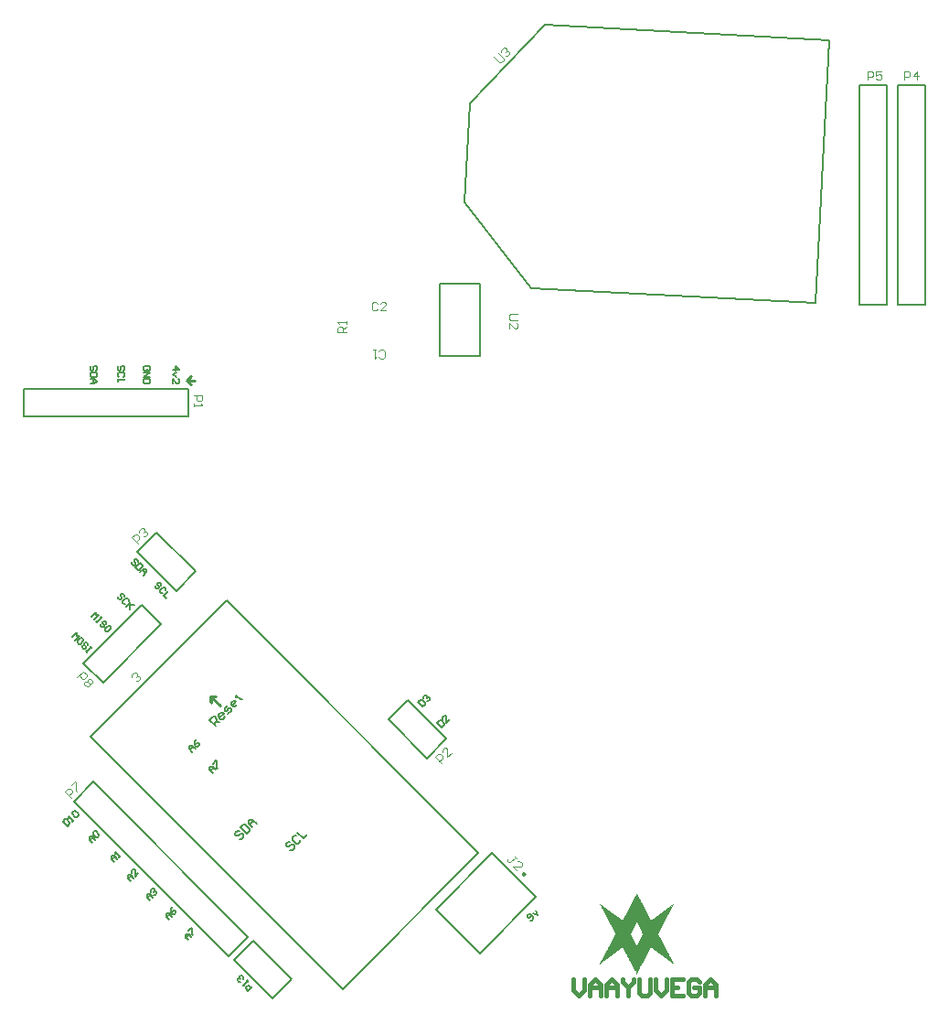
<source format=gto>
G04*
G04 #@! TF.GenerationSoftware,Altium Limited,Altium Designer,22.5.1 (42)*
G04*
G04 Layer_Color=65535*
%FSLAX25Y25*%
%MOIN*%
G70*
G04*
G04 #@! TF.SameCoordinates,1E371425-67B3-4B82-B5F9-9DAA90CAEBC7*
G04*
G04*
G04 #@! TF.FilePolarity,Positive*
G04*
G01*
G75*
%ADD10C,0.00984*%
%ADD11C,0.00500*%
%ADD12C,0.00787*%
%ADD13C,0.01000*%
%ADD14C,0.00600*%
%ADD15C,0.01772*%
%ADD16C,0.00394*%
G36*
X239129Y49986D02*
X239166Y49949D01*
X239177Y49928D01*
X239198Y49907D01*
X239230Y49854D01*
X239262Y49822D01*
X239273Y49800D01*
X239315Y49726D01*
X239347Y49694D01*
X239358Y49673D01*
X239411Y49577D01*
X239485Y49471D01*
X239496Y49428D01*
X239549Y49333D01*
X239591Y49258D01*
X239751Y48950D01*
X239868Y48727D01*
X239910Y48631D01*
X239921Y48610D01*
X239974Y48536D01*
X240017Y48440D01*
X240027Y48419D01*
X240080Y48344D01*
X240128Y48212D01*
X240197Y48079D01*
X240218Y48026D01*
X240271Y47930D01*
X240346Y47792D01*
X240388Y47749D01*
X240410Y47696D01*
X240420Y47654D01*
X240527Y47431D01*
X240537Y47409D01*
X240590Y47356D01*
X240601Y47335D01*
X240622Y47282D01*
X240649Y47213D01*
X240665Y47197D01*
X240675Y47175D01*
X240728Y47059D01*
X240782Y46963D01*
X240824Y46867D01*
X240851Y46798D01*
X240867Y46782D01*
X240877Y46761D01*
X240909Y46729D01*
X240957Y46596D01*
X240994Y46559D01*
X241005Y46538D01*
X241047Y46463D01*
X241100Y46389D01*
X241122Y46315D01*
X241132Y46272D01*
X241185Y46176D01*
X241228Y46113D01*
X241239Y46070D01*
X241292Y45975D01*
X241377Y45815D01*
X241419Y45751D01*
X241446Y45682D01*
X241472Y45645D01*
X241494Y45624D01*
X241504Y45603D01*
X241526Y45549D01*
X241536Y45507D01*
X241557Y45454D01*
X241621Y45358D01*
X241658Y45257D01*
X241685Y45220D01*
X241717Y45188D01*
X241812Y45008D01*
X241834Y44954D01*
X241844Y44912D01*
X241871Y44843D01*
X241887Y44827D01*
X241898Y44806D01*
X241919Y44784D01*
X241961Y44689D01*
X241972Y44668D01*
X242025Y44582D01*
X242062Y44482D01*
X242126Y44375D01*
X242179Y44258D01*
X242222Y44194D01*
X242275Y44078D01*
X242333Y43966D01*
X242354Y43913D01*
X242397Y43839D01*
X242418Y43817D01*
X242429Y43796D01*
X242471Y43700D01*
X242482Y43679D01*
X242525Y43615D01*
X242551Y43546D01*
X242588Y43488D01*
X242610Y43467D01*
X242620Y43445D01*
X242652Y43371D01*
X242684Y43286D01*
X242726Y43211D01*
X242748Y43158D01*
X242811Y43042D01*
X242854Y42978D01*
X242864Y42935D01*
X242960Y42797D01*
X242976Y42728D01*
X243003Y42691D01*
X243045Y42627D01*
X243066Y42574D01*
X243093Y42505D01*
X243120Y42478D01*
X243130Y42457D01*
X243151Y42436D01*
X243226Y42298D01*
X243268Y42202D01*
X243305Y42101D01*
X243321Y42085D01*
X243332Y42064D01*
X243407Y41926D01*
X243428Y41904D01*
X243438Y41883D01*
X243513Y41745D01*
X243545Y41713D01*
X243577Y41639D01*
X243603Y41570D01*
X243630Y41532D01*
X243736Y41331D01*
X243821Y41171D01*
X243842Y41150D01*
X243853Y41129D01*
X243917Y41012D01*
X243959Y40948D01*
X243975Y40889D01*
X243986Y40836D01*
X244007Y40751D01*
X244049Y40688D01*
X244076Y40650D01*
X244124Y40592D01*
X244203Y40512D01*
X244214Y40491D01*
X244235Y40470D01*
X244246Y40448D01*
X244294Y40422D01*
X244336Y40411D01*
X244416Y40427D01*
X244586Y40512D01*
X244666Y40592D01*
X244708Y40603D01*
X244761Y40624D01*
X244777Y40640D01*
X244788Y40661D01*
X244836Y40709D01*
X244910Y40751D01*
X244942Y40783D01*
X244963Y40794D01*
X245038Y40847D01*
X245059Y40879D01*
X245080Y40889D01*
X245186Y40932D01*
X245213Y40959D01*
X245224Y40980D01*
X245261Y41006D01*
X245319Y41054D01*
X245367Y41102D01*
X245420Y41123D01*
X245442Y41134D01*
X245537Y41230D01*
X245559Y41240D01*
X245580Y41262D01*
X245601Y41272D01*
X245633Y41304D01*
X245686Y41325D01*
X245707Y41336D01*
X245734Y41352D01*
X245744Y41373D01*
X245760Y41389D01*
X245782Y41400D01*
X245840Y41437D01*
X245851Y41458D01*
X245899Y41517D01*
X245973Y41559D01*
X246037Y41623D01*
X246090Y41644D01*
X246143Y41676D01*
X246164Y41697D01*
X246185Y41708D01*
X246302Y41772D01*
X246366Y41835D01*
X246387Y41846D01*
X246563Y41968D01*
X246568Y41984D01*
X246589Y41995D01*
X246642Y42016D01*
X246685Y42027D01*
X246711Y42032D01*
X246754Y42106D01*
X246781Y42133D01*
X246855Y42175D01*
X246871Y42191D01*
X246882Y42213D01*
X247004Y42282D01*
X247025Y42303D01*
X247078Y42324D01*
X247121Y42335D01*
X247158Y42372D01*
X247168Y42404D01*
X247206Y42441D01*
X247248Y42452D01*
X247301Y42484D01*
X247333Y42516D01*
X247355Y42526D01*
X247450Y42579D01*
X247477Y42616D01*
X247503Y42643D01*
X247599Y42696D01*
X247615Y42712D01*
X247620Y42728D01*
X247641Y42739D01*
X247716Y42770D01*
X247737Y42781D01*
X247811Y42856D01*
X247833Y42866D01*
X247870Y42893D01*
X247881Y42914D01*
X247918Y42951D01*
X247992Y42994D01*
X248013Y43015D01*
X248035Y43026D01*
X248130Y43079D01*
X248178Y43126D01*
X248183Y43143D01*
X248205Y43153D01*
X248300Y43206D01*
X248322Y43227D01*
X248396Y43259D01*
X248449Y43291D01*
X248523Y43366D01*
X248545Y43376D01*
X248587Y43419D01*
X248608Y43429D01*
X248630Y43451D01*
X248651Y43461D01*
X248709Y43509D01*
X248747Y43536D01*
X248832Y43589D01*
X248853Y43599D01*
X248874Y43621D01*
X248895Y43631D01*
X248922Y43647D01*
X248927Y43663D01*
X248949Y43674D01*
X248975Y43700D01*
X248986Y43722D01*
X249012Y43748D01*
X249108Y43801D01*
X249124Y43817D01*
X249134Y43839D01*
X249172Y43876D01*
X249193Y43886D01*
X249257Y43950D01*
X249278Y43961D01*
X249326Y43998D01*
X249336Y44019D01*
X249374Y44056D01*
X249448Y44088D01*
X249469Y44099D01*
X249506Y44136D01*
X249512Y44152D01*
X249533Y44163D01*
X249650Y44226D01*
X249714Y44269D01*
X249746Y44280D01*
X249783Y44306D01*
X249815Y44359D01*
X249852Y44396D01*
X249873Y44407D01*
X249932Y44455D01*
X249948Y44471D01*
X250022Y44513D01*
X250048Y44540D01*
X250054Y44556D01*
X250075Y44567D01*
X250149Y44598D01*
X250171Y44609D01*
X250197Y44636D01*
X250202Y44651D01*
X250224Y44662D01*
X250245Y44683D01*
X250298Y44715D01*
X250351Y44768D01*
X250373Y44779D01*
X250468Y44875D01*
X250511Y44885D01*
X250559Y44891D01*
X250564Y44885D01*
X250612Y44923D01*
X250622Y44944D01*
X250659Y44981D01*
X250681Y44992D01*
X250739Y45039D01*
X250750Y45061D01*
X250776Y45087D01*
X250851Y45130D01*
X250893Y45172D01*
X250968Y45193D01*
X251005Y45209D01*
X251015Y45231D01*
X251063Y45289D01*
X251132Y45337D01*
X251143Y45358D01*
X251170Y45385D01*
X251223Y45406D01*
X251297Y45449D01*
X251318Y45470D01*
X251414Y45523D01*
X251441Y45549D01*
X251451Y45571D01*
X251478Y45597D01*
X251552Y45640D01*
X251616Y45704D01*
X251637Y45714D01*
X251685Y45762D01*
X251696Y45783D01*
X251775Y45831D01*
X251797Y45842D01*
X251855Y45890D01*
X251945Y45948D01*
X251961Y45964D01*
X251972Y45985D01*
X251998Y46012D01*
X252020Y46022D01*
X252041Y46044D01*
X252062Y46054D01*
X252089Y46091D01*
X252137Y46118D01*
X252190Y46150D01*
X252206Y46166D01*
X252216Y46187D01*
X252349Y46320D01*
X252418Y46347D01*
X252455Y46363D01*
X252498Y46405D01*
X252551Y46426D01*
X252594Y46416D01*
X252620Y46389D01*
X252610Y46293D01*
X252525Y46113D01*
X252482Y46038D01*
X252450Y46007D01*
X252413Y45906D01*
X252333Y45751D01*
X252280Y45656D01*
X252248Y45624D01*
X252238Y45581D01*
X252211Y45512D01*
X252153Y45454D01*
X252142Y45433D01*
X252121Y45379D01*
X252078Y45305D01*
X252046Y45273D01*
X252036Y45252D01*
X251983Y45156D01*
X251929Y45082D01*
X251913Y45024D01*
X251903Y44981D01*
X251855Y44891D01*
X251813Y44827D01*
X251802Y44806D01*
X251754Y44747D01*
X251717Y44710D01*
X251706Y44668D01*
X251680Y44598D01*
X251632Y44519D01*
X251611Y44466D01*
X251568Y44391D01*
X251504Y44349D01*
X251478Y44237D01*
X251441Y44179D01*
X251334Y43977D01*
X251281Y43860D01*
X251186Y43658D01*
X251159Y43589D01*
X251111Y43509D01*
X251090Y43456D01*
X251047Y43382D01*
X251005Y43318D01*
X250856Y43031D01*
X250803Y42957D01*
X250787Y42898D01*
X250734Y42813D01*
X250718Y42797D01*
X250686Y42723D01*
X250659Y42654D01*
X250590Y42584D01*
X250569Y42531D01*
X250559Y42478D01*
X250511Y42420D01*
X250484Y42393D01*
X250420Y42276D01*
X250389Y42223D01*
X250378Y42181D01*
X250325Y42085D01*
X250304Y42064D01*
X250282Y41989D01*
X250266Y41931D01*
X250229Y41873D01*
X250208Y41851D01*
X250187Y41798D01*
X250160Y41729D01*
X250080Y41649D01*
X250070Y41607D01*
X250054Y41548D01*
X250038Y41532D01*
X250027Y41511D01*
X250006Y41490D01*
X249995Y41469D01*
X249963Y41416D01*
X249932Y41331D01*
X249910Y41309D01*
X249900Y41288D01*
X249836Y41171D01*
X249815Y41150D01*
X249804Y41129D01*
X249740Y41012D01*
X249719Y40990D01*
X249714Y40975D01*
X249692Y40964D01*
X249676Y40948D01*
X249666Y40905D01*
X249650Y40836D01*
X249634Y40799D01*
X249581Y40714D01*
X249565Y40656D01*
X249475Y40491D01*
X249464Y40448D01*
X249443Y40427D01*
X249432Y40406D01*
X249368Y40363D01*
X249347Y40342D01*
X249326Y40289D01*
X249315Y40204D01*
X249262Y40130D01*
X249251Y40108D01*
X249209Y40034D01*
X249188Y40013D01*
X249103Y39832D01*
X249092Y39790D01*
X249023Y39593D01*
X249007Y39577D01*
X248996Y39556D01*
X248975Y39535D01*
X248965Y39513D01*
X248943Y39492D01*
X248927Y39423D01*
X248885Y39359D01*
X248848Y39322D01*
X248842Y39253D01*
X248848Y39195D01*
X248816Y39141D01*
X248773Y39099D01*
X248752Y39046D01*
X248736Y38987D01*
X248715Y38934D01*
X248624Y38769D01*
X248614Y38748D01*
X248592Y38727D01*
X248582Y38706D01*
X248550Y38674D01*
X248529Y38621D01*
X248502Y38552D01*
X248486Y38536D01*
X248476Y38514D01*
X248433Y38419D01*
X248412Y38366D01*
X248391Y38344D01*
X248380Y38323D01*
X248359Y38302D01*
X248348Y38281D01*
X248327Y38227D01*
X248316Y38185D01*
X248268Y38127D01*
X248253Y38111D01*
X248247Y38095D01*
X248231Y38089D01*
X248136Y37887D01*
X248114Y37834D01*
X248088Y37765D01*
X248061Y37739D01*
X248051Y37717D01*
X248029Y37696D01*
X248019Y37675D01*
X247966Y37590D01*
X247955Y37569D01*
X247934Y37547D01*
X247923Y37505D01*
X247854Y37404D01*
X247817Y37367D01*
X247796Y37324D01*
X247806Y37314D01*
X247796Y37282D01*
X247780Y37223D01*
X247764Y37207D01*
X247721Y37112D01*
X247700Y37058D01*
X247647Y37005D01*
X247636Y36984D01*
X247615Y36931D01*
X247599Y36862D01*
X247546Y36798D01*
X247519Y36740D01*
X247498Y36655D01*
X247450Y36596D01*
X247434Y36580D01*
X247413Y36516D01*
X247424Y36485D01*
X247413Y36442D01*
X247402Y36410D01*
X247355Y36362D01*
X247333Y36352D01*
X247285Y36304D01*
X247243Y36230D01*
X247222Y36176D01*
X247206Y36097D01*
X247184Y36044D01*
X247126Y35964D01*
X247105Y35879D01*
X247078Y35810D01*
X247062Y35794D01*
X247052Y35773D01*
X247009Y35709D01*
X246988Y35634D01*
X246924Y35496D01*
X246914Y35337D01*
X246903Y35316D01*
X246935Y35263D01*
X247020Y35177D01*
X247094Y35039D01*
X247137Y34944D01*
X247163Y34779D01*
X247179Y34742D01*
X247200Y34721D01*
X247211Y34699D01*
X247232Y34678D01*
X247243Y34657D01*
X247291Y34598D01*
X247307Y34582D01*
X247317Y34561D01*
X247360Y34465D01*
X247424Y34348D01*
X247477Y34274D01*
X247487Y34253D01*
X247509Y34232D01*
X247519Y34210D01*
X247540Y34189D01*
X247567Y34120D01*
X247609Y34056D01*
X247647Y33987D01*
X247673Y33918D01*
X247700Y33881D01*
X247742Y33817D01*
X247769Y33748D01*
X247811Y33684D01*
X247827Y33668D01*
X247849Y33615D01*
X247865Y33546D01*
X247918Y33461D01*
X247992Y33344D01*
X248019Y33307D01*
X248040Y33286D01*
X248061Y33233D01*
X248098Y33132D01*
X248125Y33094D01*
X248231Y32893D01*
X248263Y32818D01*
X248300Y32717D01*
X248327Y32680D01*
X248380Y32563D01*
X248433Y32467D01*
X248454Y32446D01*
X248476Y32393D01*
X248518Y32319D01*
X248561Y32255D01*
X248587Y32186D01*
X248640Y32101D01*
X248667Y32043D01*
X248678Y32000D01*
X248699Y31947D01*
X248773Y31787D01*
X248784Y31745D01*
X248826Y31670D01*
X248858Y31639D01*
X248880Y31585D01*
X248943Y31469D01*
X248975Y31394D01*
X249012Y31293D01*
X249071Y31214D01*
X249119Y31081D01*
X249134Y31065D01*
X249145Y31043D01*
X249166Y31022D01*
X249204Y30921D01*
X249246Y30858D01*
X249273Y30831D01*
X249315Y30757D01*
X249368Y30703D01*
X249390Y30629D01*
X249406Y30560D01*
X249496Y30395D01*
X249506Y30374D01*
X249554Y30316D01*
X249570Y30300D01*
X249591Y30246D01*
X249602Y30204D01*
X249623Y30151D01*
X249666Y30087D01*
X249687Y30034D01*
X249719Y29949D01*
X249767Y29890D01*
X249793Y29832D01*
X249820Y29763D01*
X249863Y29699D01*
X249937Y29550D01*
X249963Y29513D01*
X249995Y29481D01*
X250070Y29343D01*
X250091Y29290D01*
X250139Y29157D01*
X250155Y29141D01*
X250165Y29120D01*
X250197Y29067D01*
X250261Y28950D01*
X250314Y28833D01*
X250341Y28764D01*
X250357Y28748D01*
X250367Y28727D01*
X250389Y28705D01*
X250399Y28684D01*
X250442Y28610D01*
X250484Y28546D01*
X250505Y28493D01*
X250516Y28451D01*
X250543Y28381D01*
X250585Y28318D01*
X250649Y28211D01*
X250676Y28185D01*
X250686Y28164D01*
X250707Y28110D01*
X250718Y28068D01*
X250745Y27999D01*
X250771Y27962D01*
X250814Y27898D01*
X250840Y27829D01*
X250856Y27813D01*
X250867Y27792D01*
X250899Y27738D01*
X250952Y27590D01*
X251069Y27367D01*
X251090Y27345D01*
X251122Y27271D01*
X251271Y26984D01*
X251292Y26963D01*
X251302Y26941D01*
X251324Y26888D01*
X251350Y26819D01*
X251388Y26761D01*
X251430Y26665D01*
X251456Y26596D01*
X251483Y26570D01*
X251494Y26548D01*
X251515Y26527D01*
X251563Y26394D01*
X251589Y26368D01*
X251600Y26346D01*
X251674Y26208D01*
X251717Y26144D01*
X251733Y26086D01*
X251797Y25980D01*
X251871Y25831D01*
X251913Y25767D01*
X251945Y25682D01*
X251983Y25624D01*
X252014Y25592D01*
X252025Y25571D01*
X252073Y25512D01*
X252099Y25475D01*
X252174Y25337D01*
X252216Y25294D01*
X252238Y25241D01*
X252264Y25172D01*
X252307Y25108D01*
X252323Y25092D01*
X252355Y25018D01*
X252365Y24997D01*
X252440Y24880D01*
X252482Y24805D01*
X252514Y24773D01*
X252525Y24752D01*
X252578Y24678D01*
X252588Y24657D01*
X252610Y24635D01*
X252642Y24561D01*
X252631Y24391D01*
X252594Y24354D01*
X252519Y24364D01*
X252455Y24407D01*
X252397Y24423D01*
X252312Y24476D01*
X252238Y24550D01*
X252227Y24572D01*
X252179Y24619D01*
X252158Y24630D01*
X252083Y24704D01*
X252062Y24715D01*
X251988Y24768D01*
X251913Y24843D01*
X251892Y24853D01*
X251871Y24874D01*
X251850Y24885D01*
X251818Y24917D01*
X251749Y24943D01*
X251690Y24981D01*
X251637Y25034D01*
X251616Y25045D01*
X251542Y25119D01*
X251520Y25130D01*
X251425Y25204D01*
X251403Y25225D01*
X251329Y25268D01*
X251287Y25310D01*
X251265Y25321D01*
X251164Y25390D01*
X251148Y25406D01*
X251127Y25416D01*
X251106Y25438D01*
X251031Y25480D01*
X250957Y25533D01*
X250904Y25565D01*
X250846Y25613D01*
X250718Y25677D01*
X250681Y25703D01*
X250649Y25735D01*
X250574Y25778D01*
X250548Y25794D01*
X250543Y25810D01*
X250521Y25820D01*
X250500Y25842D01*
X250426Y25884D01*
X250373Y25937D01*
X250277Y25990D01*
X250256Y26012D01*
X250234Y26022D01*
X250171Y26065D01*
X250117Y26097D01*
X250022Y26171D01*
X249969Y26245D01*
X249894Y26277D01*
X249873Y26288D01*
X249815Y26336D01*
X249799Y26352D01*
X249703Y26405D01*
X249629Y26458D01*
X249607Y26469D01*
X249549Y26516D01*
X249533Y26532D01*
X249512Y26543D01*
X249490Y26564D01*
X249469Y26575D01*
X249448Y26596D01*
X249427Y26607D01*
X249374Y26660D01*
X249321Y26692D01*
X249267Y26745D01*
X249246Y26755D01*
X249150Y26830D01*
X249076Y26883D01*
X249055Y26894D01*
X248970Y26979D01*
X248949Y26989D01*
X248874Y27064D01*
X248853Y27074D01*
X248795Y27122D01*
X248757Y27149D01*
X248619Y27223D01*
X248598Y27244D01*
X248577Y27255D01*
X248481Y27329D01*
X248449Y27361D01*
X248375Y27404D01*
X248322Y27457D01*
X248300Y27468D01*
X248279Y27489D01*
X248258Y27499D01*
X248199Y27547D01*
X248136Y27590D01*
X248098Y27616D01*
X248045Y27669D01*
X248024Y27680D01*
X247950Y27733D01*
X247891Y27781D01*
X247854Y27808D01*
X247796Y27855D01*
X247732Y27898D01*
X247694Y27924D01*
X247636Y27972D01*
X247546Y28020D01*
X247514Y28052D01*
X247493Y28063D01*
X247471Y28084D01*
X247450Y28095D01*
X247355Y28169D01*
X247333Y28190D01*
X247312Y28201D01*
X247280Y28233D01*
X247259Y28243D01*
X247206Y28296D01*
X247184Y28307D01*
X247126Y28355D01*
X247110Y28371D01*
X247089Y28381D01*
X246993Y28435D01*
X246961Y28466D01*
X246940Y28477D01*
X246844Y28551D01*
X246813Y28583D01*
X246791Y28594D01*
X246690Y28663D01*
X246674Y28679D01*
X246653Y28690D01*
X246632Y28711D01*
X246611Y28721D01*
X246552Y28769D01*
X246536Y28785D01*
X246515Y28796D01*
X246441Y28849D01*
X246409Y28881D01*
X246387Y28892D01*
X246313Y28934D01*
X246255Y28982D01*
X246138Y29056D01*
X246090Y29104D01*
X246016Y29147D01*
X245962Y29200D01*
X245888Y29242D01*
X245830Y29290D01*
X245813Y29306D01*
X245760Y29338D01*
X245723Y29364D01*
X245713Y29386D01*
X245697Y29402D01*
X245675Y29412D01*
X245580Y29508D01*
X245527Y29529D01*
X245452Y29572D01*
X245431Y29593D01*
X245410Y29603D01*
X245319Y29662D01*
X245309Y29683D01*
X245261Y29731D01*
X245240Y29742D01*
X245186Y29795D01*
X245165Y29805D01*
X245070Y29859D01*
X245048Y29880D01*
X245027Y29890D01*
X245006Y29912D01*
X244985Y29922D01*
X244889Y29997D01*
X244730Y30082D01*
X244708Y30103D01*
X244687Y30114D01*
X244570Y30177D01*
X244549Y30199D01*
X244528Y30209D01*
X244411Y30273D01*
X244390Y30294D01*
X244368Y30305D01*
X244294Y30337D01*
X244251Y30347D01*
X244198Y30337D01*
X244145Y30273D01*
X244087Y30215D01*
X244076Y30193D01*
X244023Y30098D01*
X244002Y30076D01*
X243991Y30055D01*
X243959Y30002D01*
X243938Y29949D01*
X243890Y29890D01*
X243874Y29875D01*
X243842Y29800D01*
X243789Y29704D01*
X243768Y29683D01*
X243736Y29609D01*
X243715Y29556D01*
X243704Y29535D01*
X243662Y29471D01*
X243646Y29412D01*
X243624Y29327D01*
X243582Y29263D01*
X243534Y29184D01*
X243492Y29109D01*
X243470Y29088D01*
X243407Y28971D01*
X243332Y28865D01*
X243321Y28791D01*
X243268Y28716D01*
X243205Y28652D01*
X243194Y28610D01*
X243151Y28546D01*
X243130Y28472D01*
X243120Y28429D01*
X243109Y28376D01*
X243082Y28350D01*
X243061Y28339D01*
X243045Y28323D01*
X243035Y28302D01*
X242992Y28227D01*
X242966Y28201D01*
X242944Y28190D01*
X242918Y28121D01*
X242907Y28047D01*
X242886Y28025D01*
X242875Y28004D01*
X242833Y27962D01*
X242817Y27903D01*
X242774Y27839D01*
X242753Y27786D01*
X242737Y27738D01*
X242721Y27680D01*
X242705Y27643D01*
X242652Y27568D01*
X242641Y27526D01*
X242604Y27425D01*
X242578Y27388D01*
X242556Y27367D01*
X242493Y27218D01*
X242439Y27101D01*
X242402Y27000D01*
X242333Y26931D01*
X242312Y26856D01*
X242285Y26745D01*
X242237Y26654D01*
X242216Y26601D01*
X242206Y26559D01*
X242184Y26538D01*
X242174Y26516D01*
X242121Y26463D01*
X242099Y26389D01*
X242057Y26314D01*
X242004Y26240D01*
X241951Y26144D01*
X241823Y25879D01*
X241802Y25794D01*
X241759Y25719D01*
X241743Y25703D01*
X241722Y25693D01*
X241664Y25602D01*
X241605Y25565D01*
X241589Y25549D01*
X241573Y25480D01*
X241552Y25427D01*
X241494Y25305D01*
X241451Y25231D01*
X241377Y25071D01*
X241249Y24827D01*
X241217Y24795D01*
X241196Y24742D01*
X241132Y24625D01*
X241100Y24550D01*
X241074Y24481D01*
X241026Y24433D01*
X241015Y24412D01*
X240952Y24295D01*
X240920Y24263D01*
X240877Y24168D01*
X240824Y24072D01*
X240739Y23913D01*
X240718Y23891D01*
X240691Y23822D01*
X240670Y23769D01*
X240638Y23684D01*
X240590Y23605D01*
X240537Y23509D01*
X240516Y23488D01*
X240495Y23413D01*
X240458Y23312D01*
X240431Y23275D01*
X240388Y23211D01*
X240356Y23158D01*
X240309Y23100D01*
X240282Y23041D01*
X240271Y22999D01*
X240224Y22940D01*
X240197Y22914D01*
X240176Y22839D01*
X240160Y22781D01*
X240080Y22627D01*
X240064Y22568D01*
X240011Y22505D01*
X239995Y22489D01*
X239985Y22467D01*
X239900Y22308D01*
X239857Y22244D01*
X239836Y22170D01*
X239815Y22117D01*
X239788Y22048D01*
X239756Y21963D01*
X239729Y21926D01*
X239687Y21883D01*
X239666Y21830D01*
X239634Y21745D01*
X239512Y21580D01*
X239496Y21575D01*
X239490Y21559D01*
X239475Y21553D01*
X239464Y21511D01*
X239448Y21442D01*
X239437Y21389D01*
X239416Y21336D01*
X239358Y21213D01*
X239294Y21096D01*
X239193Y20964D01*
X239177Y20916D01*
X239166Y20873D01*
X239156Y20799D01*
X239108Y20741D01*
X239087Y20719D01*
X239044Y20709D01*
X238986Y20756D01*
X238932Y20810D01*
X238922Y20831D01*
X238901Y20884D01*
X238858Y20958D01*
X238837Y20980D01*
X238805Y21054D01*
X238784Y21107D01*
X238762Y21192D01*
X238747Y21325D01*
X238725Y21378D01*
X238709Y21394D01*
X238699Y21437D01*
X238646Y21532D01*
X238608Y21569D01*
X238587Y21580D01*
X238529Y21639D01*
X238507Y21713D01*
X238497Y21755D01*
X238465Y21787D01*
X238454Y21809D01*
X238385Y21920D01*
X238369Y21926D01*
X238364Y21941D01*
X238348Y21947D01*
X238337Y21968D01*
X238316Y22021D01*
X238279Y22122D01*
X238242Y22212D01*
X238252Y22297D01*
X238284Y22329D01*
X238290Y22345D01*
X238311Y22324D01*
X238337Y22340D01*
X238348Y22382D01*
X238337Y22404D01*
X238311Y22409D01*
X238305Y22404D01*
X238327Y22382D01*
X238284Y22361D01*
X238236Y22377D01*
X238183Y22388D01*
X238146Y22425D01*
X238136Y22446D01*
X238120Y22473D01*
X238104Y22478D01*
X238093Y22499D01*
X238056Y22526D01*
X238029Y22574D01*
X238019Y22616D01*
X238008Y22701D01*
X237992Y22717D01*
X237923Y22754D01*
X237902Y22829D01*
X237891Y22903D01*
X237843Y22962D01*
X237827Y22977D01*
X237817Y23052D01*
X237785Y23105D01*
X237758Y23132D01*
X237742Y23137D01*
X237732Y23158D01*
X237710Y23211D01*
X237684Y23334D01*
X237668Y23371D01*
X237625Y23435D01*
X237562Y23551D01*
X237530Y23583D01*
X237498Y23658D01*
X237471Y23716D01*
X237450Y23727D01*
X237402Y23775D01*
X237354Y23907D01*
X237338Y23923D01*
X237307Y24030D01*
X237296Y24093D01*
X237259Y24131D01*
X237238Y24141D01*
X237222Y24157D01*
X237211Y24178D01*
X237190Y24231D01*
X237179Y24274D01*
X237168Y24295D01*
X237115Y24380D01*
X237105Y24402D01*
X237036Y24502D01*
X237009Y24529D01*
X236972Y24630D01*
X236950Y24683D01*
X236908Y24800D01*
X236860Y24848D01*
X236855Y24864D01*
X236839Y24869D01*
X236828Y24890D01*
X236807Y24912D01*
X236786Y24965D01*
X236775Y25007D01*
X236701Y25082D01*
X236690Y25103D01*
X236658Y25177D01*
X236637Y25231D01*
X236584Y25347D01*
X236557Y25416D01*
X236536Y25438D01*
X236515Y25448D01*
X236451Y25555D01*
X236393Y25602D01*
X236371Y25656D01*
X236345Y25725D01*
X236308Y25762D01*
X236286Y25815D01*
X236276Y25857D01*
X236265Y25943D01*
X236201Y26006D01*
X236191Y26028D01*
X236180Y26059D01*
X236159Y26144D01*
X236122Y26192D01*
X236100Y26203D01*
X236084Y26219D01*
X236063Y26293D01*
X236069Y26415D01*
X236053Y26453D01*
X236015Y26490D01*
X235999Y26495D01*
X235989Y26516D01*
X235967Y26538D01*
X235914Y26633D01*
X235882Y26686D01*
X235808Y26825D01*
X235776Y26899D01*
X235766Y26941D01*
X235744Y27016D01*
X235649Y27218D01*
X235606Y27324D01*
X235574Y27377D01*
X235516Y27436D01*
X235495Y27446D01*
X235457Y27483D01*
X235447Y27526D01*
X235410Y27627D01*
X235383Y27685D01*
X235394Y27760D01*
X235436Y27823D01*
X235441Y27882D01*
X235431Y27924D01*
X235404Y27962D01*
X235367Y27967D01*
X235351Y27919D01*
X235340Y27855D01*
X235325Y27839D01*
X235293Y27850D01*
X235266Y27866D01*
X235256Y27887D01*
X235202Y27983D01*
X235186Y27999D01*
X235171Y28004D01*
X235160Y28025D01*
X235064Y28227D01*
X235043Y28355D01*
X235011Y28408D01*
X234958Y28493D01*
X234942Y28551D01*
X234915Y28589D01*
X234873Y28631D01*
X234862Y28674D01*
X234788Y28812D01*
X234735Y28929D01*
X234724Y28971D01*
X234671Y29067D01*
X234623Y29136D01*
X234602Y29147D01*
X234543Y29194D01*
X234522Y29269D01*
X234506Y29327D01*
X234474Y29391D01*
X234448Y29439D01*
X234437Y29481D01*
X234373Y29620D01*
X234363Y29715D01*
X234326Y29752D01*
X234304Y29763D01*
X234257Y29811D01*
X234246Y29832D01*
X234225Y29885D01*
X234182Y29959D01*
X234150Y29991D01*
X234129Y30045D01*
X234113Y30114D01*
X234033Y30193D01*
X233991Y30268D01*
X233964Y30294D01*
X233943Y30305D01*
X233916Y30332D01*
X233879Y30401D01*
X233826Y30390D01*
X233794Y30358D01*
X233773Y30347D01*
X233752Y30326D01*
X233571Y30241D01*
X233497Y30199D01*
X233364Y30098D01*
X233306Y30039D01*
X233284Y30029D01*
X233199Y29944D01*
X233178Y29933D01*
X233082Y29859D01*
X233008Y29816D01*
X232907Y29747D01*
X232864Y29704D01*
X232854Y29683D01*
X232806Y29635D01*
X232710Y29582D01*
X232679Y29550D01*
X232625Y29529D01*
X232508Y29465D01*
X232476Y29434D01*
X232455Y29423D01*
X232413Y29380D01*
X232392Y29370D01*
X232349Y29327D01*
X232296Y29295D01*
X232259Y29269D01*
X232248Y29247D01*
X232184Y29205D01*
X232147Y29178D01*
X232115Y29147D01*
X232094Y29136D01*
X232020Y29083D01*
X231998Y29072D01*
X231977Y29051D01*
X231956Y29040D01*
X231860Y28987D01*
X231818Y28945D01*
X231796Y28934D01*
X231775Y28913D01*
X231754Y28902D01*
X231701Y28849D01*
X231680Y28838D01*
X231658Y28817D01*
X231605Y28785D01*
X231547Y28737D01*
X231509Y28700D01*
X231488Y28690D01*
X231435Y28637D01*
X231414Y28626D01*
X231350Y28583D01*
X231329Y28573D01*
X231308Y28551D01*
X231286Y28541D01*
X231223Y28498D01*
X231169Y28466D01*
X231127Y28424D01*
X231106Y28413D01*
X231031Y28360D01*
X230999Y28328D01*
X230978Y28318D01*
X230957Y28296D01*
X230936Y28286D01*
X230877Y28238D01*
X230808Y28190D01*
X230787Y28179D01*
X230728Y28132D01*
X230712Y28116D01*
X230691Y28105D01*
X230622Y28057D01*
X230611Y28036D01*
X230441Y27930D01*
X230426Y27914D01*
X230330Y27861D01*
X230314Y27845D01*
X230303Y27823D01*
X230277Y27797D01*
X230256Y27786D01*
X230197Y27738D01*
X230170Y27712D01*
X230149Y27701D01*
X230053Y27627D01*
X229990Y27584D01*
X229969Y27574D01*
X229910Y27526D01*
X229894Y27510D01*
X229873Y27499D01*
X229852Y27478D01*
X229830Y27468D01*
X229809Y27446D01*
X229788Y27436D01*
X229745Y27393D01*
X229724Y27382D01*
X229650Y27308D01*
X229628Y27297D01*
X229581Y27250D01*
X229570Y27228D01*
X229554Y27212D01*
X229533Y27202D01*
X229437Y27149D01*
X229416Y27127D01*
X229395Y27117D01*
X229373Y27095D01*
X229352Y27085D01*
X229283Y27037D01*
X229273Y27016D01*
X229193Y26957D01*
X229171Y26947D01*
X229129Y26904D01*
X229108Y26894D01*
X229033Y26851D01*
X228970Y26787D01*
X228948Y26777D01*
X228847Y26708D01*
X228741Y26644D01*
X228725Y26628D01*
X228704Y26617D01*
X228672Y26585D01*
X228651Y26575D01*
X228582Y26527D01*
Y26516D01*
X228576Y26511D01*
X228444Y26410D01*
X228417Y26384D01*
X228321Y26330D01*
X228263Y26283D01*
X228178Y26229D01*
X228151Y26203D01*
X228130Y26192D01*
X228098Y26160D01*
X228077Y26150D01*
X227992Y26065D01*
X227971Y26054D01*
X227912Y26006D01*
X227833Y25958D01*
X227758Y25916D01*
X227716Y25873D01*
X227694Y25863D01*
X227588Y25756D01*
X227567Y25746D01*
X227508Y25698D01*
X227360Y25624D01*
X227344Y25608D01*
X227322Y25597D01*
X227301Y25576D01*
X227142Y25491D01*
X227067Y25438D01*
X227046Y25427D01*
X227025Y25406D01*
X227004Y25395D01*
X226982Y25374D01*
X226961Y25363D01*
X226860Y25294D01*
X226823Y25257D01*
X226802Y25246D01*
X226743Y25199D01*
X226695Y25151D01*
X226674Y25140D01*
X226600Y25087D01*
X226578Y25076D01*
X226483Y25023D01*
X226424Y24975D01*
X226366Y24917D01*
X226350Y24912D01*
X226339Y24890D01*
X226302Y24853D01*
X226281Y24843D01*
X226206Y24800D01*
X226185Y24779D01*
X226164Y24768D01*
X226143Y24747D01*
X226121Y24736D01*
X226063Y24689D01*
X225936Y24561D01*
X225930Y24545D01*
X225909Y24534D01*
X225845Y24471D01*
X225824Y24460D01*
X225803Y24439D01*
X225760Y24428D01*
X225707Y24407D01*
X225638Y24380D01*
X225595Y24370D01*
X225580Y24364D01*
X225521Y24391D01*
X225511Y24433D01*
X225521Y24540D01*
X225532Y24582D01*
X225548Y24641D01*
X225585Y24699D01*
X225627Y24742D01*
X225638Y24763D01*
X225680Y24805D01*
X225691Y24827D01*
X225712Y24848D01*
X225744Y24954D01*
X225797Y25050D01*
X225861Y25167D01*
X225914Y25241D01*
X225936Y25294D01*
X225999Y25411D01*
X226021Y25432D01*
X226031Y25454D01*
X226074Y25528D01*
X226095Y25549D01*
X226106Y25571D01*
X226159Y25666D01*
X226254Y25804D01*
X226308Y25900D01*
X226382Y26006D01*
X226393Y26028D01*
X226414Y26049D01*
X226435Y26102D01*
X226451Y26160D01*
X226478Y26229D01*
X226499Y26251D01*
X226509Y26272D01*
X226531Y26293D01*
X226557Y26362D01*
X226594Y26421D01*
X226648Y26495D01*
X226658Y26538D01*
X226701Y26601D01*
X226711Y26623D01*
X226743Y26697D01*
X226780Y26798D01*
X226871Y26963D01*
X226903Y27016D01*
X226956Y27090D01*
X226982Y27159D01*
X227073Y27324D01*
X227083Y27345D01*
X227136Y27420D01*
X227158Y27494D01*
X227184Y27563D01*
X227221Y27611D01*
X227264Y27707D01*
X227306Y27781D01*
X227349Y27845D01*
X227392Y27919D01*
X227445Y27994D01*
X227466Y28068D01*
X227477Y28110D01*
X227519Y28185D01*
X227604Y28344D01*
X227625Y28365D01*
X227636Y28387D01*
X227668Y28461D01*
X227684Y28520D01*
X227716Y28583D01*
X227753Y28652D01*
X227774Y28705D01*
X227817Y28780D01*
X227859Y28844D01*
X228008Y29120D01*
X228040Y29152D01*
X228061Y29205D01*
X228072Y29247D01*
X228109Y29348D01*
X228151Y29412D01*
X228178Y29471D01*
X228220Y29545D01*
X228252Y29577D01*
X228433Y29928D01*
X228454Y29949D01*
X228497Y30045D01*
X228507Y30066D01*
X228571Y30172D01*
X228608Y30273D01*
X228651Y30337D01*
X228667Y30353D01*
X228693Y30422D01*
X228714Y30475D01*
X228731Y30491D01*
X228741Y30512D01*
X228784Y30576D01*
X228800Y30645D01*
X228821Y30698D01*
X228869Y30746D01*
X228901Y30820D01*
X228922Y30874D01*
X228975Y30948D01*
X229012Y31049D01*
X229039Y31086D01*
X229060Y31107D01*
X229070Y31128D01*
X229092Y31150D01*
X229166Y31288D01*
X229198Y31362D01*
X229225Y31431D01*
X229241Y31447D01*
X229251Y31469D01*
X229294Y31564D01*
X229304Y31607D01*
X229358Y31702D01*
X229411Y31777D01*
X229453Y31851D01*
X229474Y31872D01*
X229517Y31968D01*
X229527Y31989D01*
X229591Y32096D01*
X229612Y32181D01*
X229666Y32276D01*
X229697Y32351D01*
X229708Y32393D01*
X229724Y32462D01*
X229788Y32568D01*
X229804Y32584D01*
X229857Y32680D01*
X229900Y32744D01*
X229910Y32786D01*
X229953Y32861D01*
X229995Y32925D01*
X230032Y33026D01*
X230069Y33084D01*
X230091Y33105D01*
X230139Y33238D01*
X230176Y33286D01*
X230186Y33307D01*
X230229Y33403D01*
X230240Y33424D01*
X230293Y33498D01*
X230314Y33551D01*
X230351Y33652D01*
X230367Y33668D01*
X230378Y33690D01*
X230410Y33743D01*
X230431Y33796D01*
X230473Y33870D01*
X230505Y33902D01*
X230516Y33924D01*
X230569Y34019D01*
X230611Y34083D01*
X230675Y34200D01*
X230707Y34232D01*
X230824Y34476D01*
X230840Y34534D01*
X230893Y34620D01*
X230920Y34646D01*
X230941Y34699D01*
X230967Y34768D01*
X231010Y34832D01*
X231037Y34901D01*
X231052Y34970D01*
X231079Y35039D01*
X231122Y35135D01*
X231137Y35193D01*
X231164Y35231D01*
X231191Y35257D01*
X231212Y35268D01*
X231239Y35294D01*
X231249Y35337D01*
X231233Y35406D01*
X231196Y35464D01*
X231175Y35486D01*
X231164Y35507D01*
X231132Y35581D01*
X231052Y35799D01*
X231021Y35831D01*
X230999Y35842D01*
X230973Y35868D01*
X230951Y35943D01*
X230930Y35996D01*
X230888Y36038D01*
X230877Y36059D01*
X230867Y36091D01*
X230856Y36198D01*
X230835Y36251D01*
X230771Y36389D01*
X230760Y36432D01*
X230712Y36490D01*
X230686Y36516D01*
X230675Y36538D01*
X230643Y36612D01*
X230601Y36687D01*
X230526Y36825D01*
X230495Y36856D01*
X230484Y36878D01*
X230463Y36931D01*
X230452Y37005D01*
X230441Y37058D01*
X230394Y37117D01*
X230356Y37175D01*
X230309Y37234D01*
X230271Y37271D01*
X230240Y37398D01*
X230218Y37452D01*
X230176Y37494D01*
X230165Y37537D01*
X230139Y37606D01*
X230128Y37627D01*
X230107Y37638D01*
X230069Y37664D01*
X230048Y37717D01*
X230038Y37792D01*
X229990Y37850D01*
X229963Y37909D01*
X229947Y37967D01*
X229878Y38100D01*
X229857Y38185D01*
X229841Y38201D01*
X229767Y38243D01*
X229751Y38291D01*
X229740Y38334D01*
X229729Y38440D01*
X229714Y38456D01*
X229666Y38482D01*
X229644Y38536D01*
X229639Y38605D01*
X229650Y38647D01*
X229655Y38663D01*
X229644Y38674D01*
X229655Y38684D01*
X229639Y38690D01*
X229628Y38679D01*
X229570Y38727D01*
X229554Y38785D01*
X229538Y38801D01*
X229527Y38823D01*
X229512Y38838D01*
X229496Y38844D01*
X229490Y38860D01*
X229469Y38870D01*
X229443Y38918D01*
X229416Y38987D01*
X229389Y39024D01*
X229358Y39056D01*
X229347Y39078D01*
X229326Y39131D01*
X229315Y39173D01*
X229273Y39248D01*
X229251Y39269D01*
X229230Y39322D01*
X229214Y39402D01*
X229177Y39460D01*
X229156Y39481D01*
X229134Y39535D01*
X229118Y39593D01*
X229108Y39614D01*
X229086Y39625D01*
X229039Y39673D01*
X229017Y39747D01*
X228986Y39800D01*
X228943Y39843D01*
X228922Y39896D01*
X228890Y39970D01*
X228847Y40066D01*
X228784Y40183D01*
X228731Y40236D01*
X228709Y40289D01*
X228693Y40358D01*
X228683Y40401D01*
X228656Y40448D01*
X228619Y40549D01*
X228598Y40603D01*
X228529Y40672D01*
X228497Y40746D01*
X228486Y40767D01*
X228433Y40852D01*
X228417Y40932D01*
X228396Y40985D01*
X228348Y41076D01*
X228321Y41145D01*
X228311Y41166D01*
X228289Y41176D01*
X228231Y41224D01*
X228210Y41277D01*
X228183Y41346D01*
X228157Y41384D01*
X228135Y41394D01*
X228114Y41447D01*
X228103Y41490D01*
X228093Y41564D01*
X228061Y41618D01*
X228018Y41660D01*
X228003Y41729D01*
X227939Y41835D01*
X227896Y41899D01*
X227864Y41931D01*
X227843Y41942D01*
X227806Y41979D01*
X227785Y42032D01*
X227758Y42143D01*
X227678Y42298D01*
X227631Y42356D01*
X227615Y42372D01*
X227593Y42425D01*
X227567Y42494D01*
X227546Y42516D01*
X227524Y42526D01*
X227508Y42542D01*
X227423Y42723D01*
X227370Y42818D01*
X227349Y42840D01*
X227344Y42856D01*
X227328Y42861D01*
X227317Y42882D01*
X227296Y42935D01*
X227269Y43004D01*
X227243Y43042D01*
X227211Y43073D01*
X227190Y43126D01*
X227179Y43169D01*
X227131Y43227D01*
X227115Y43243D01*
X227094Y43297D01*
X227083Y43371D01*
X227073Y43413D01*
X227051Y43467D01*
X227035Y43483D01*
X227014Y43493D01*
X226988Y43541D01*
X226966Y43594D01*
X226892Y43753D01*
X226876Y43812D01*
X226860Y43828D01*
X226850Y43849D01*
X226812Y43876D01*
X226786Y43902D01*
X226711Y44062D01*
X226690Y44115D01*
X226642Y44205D01*
X226621Y44216D01*
X226594Y44264D01*
X226563Y44370D01*
X226467Y44572D01*
X226446Y44657D01*
X226350Y44752D01*
X226339Y44774D01*
X226297Y44816D01*
X226276Y44901D01*
X226254Y44954D01*
X226201Y45029D01*
X226191Y45103D01*
X226201Y45178D01*
X226233Y45209D01*
X226238Y45257D01*
X226233Y45263D01*
X226244Y45273D01*
X226233Y45305D01*
X226217Y45364D01*
X226191Y45369D01*
X226169Y45220D01*
X226121Y45215D01*
X226095Y45241D01*
X226037Y45406D01*
X225999Y45443D01*
X225978Y45518D01*
X225967Y45592D01*
X225925Y45603D01*
X225888Y45629D01*
X225861Y45656D01*
X225835Y45725D01*
X225781Y45789D01*
X225755Y45847D01*
X225728Y45916D01*
X225702Y45953D01*
X225611Y46086D01*
X225585Y46113D01*
X225574Y46134D01*
X225511Y46251D01*
X225468Y46293D01*
X225457Y46336D01*
X225468Y46400D01*
X225484Y46416D01*
X225548Y46405D01*
X225569Y46384D01*
X225590Y46373D01*
X225707Y46320D01*
X225781Y46277D01*
X225792Y46256D01*
X225808Y46251D01*
X225813Y46235D01*
X225835Y46224D01*
X225877Y46182D01*
X225898Y46171D01*
X225930Y46139D01*
X226005Y46097D01*
X226116Y45985D01*
X226153Y45916D01*
X226175Y45906D01*
X226276Y45836D01*
X226339Y45805D01*
X226377Y45778D01*
X226430Y45725D01*
X226483Y45704D01*
X226531Y45666D01*
X226541Y45645D01*
X226578Y45608D01*
X226621Y45597D01*
X226679Y45549D01*
X226701Y45528D01*
X226711Y45507D01*
X226770Y45417D01*
X226823Y45395D01*
X226887Y45385D01*
X226961Y45332D01*
X227067Y45289D01*
X227115Y45252D01*
X227126Y45231D01*
X227195Y45193D01*
X227216Y45183D01*
X227280Y45119D01*
X227301Y45109D01*
X227376Y45055D01*
X227429Y45002D01*
X227498Y44965D01*
X227508Y44944D01*
X227546Y44907D01*
X227641Y44853D01*
X227705Y44790D01*
X227758Y44758D01*
X227822Y44694D01*
X227886Y44683D01*
X227933Y44646D01*
X227944Y44625D01*
X227992Y44577D01*
X228013Y44567D01*
X228087Y44492D01*
X228162Y44450D01*
X228236Y44396D01*
X228295Y44381D01*
X228332Y44354D01*
X228396Y44290D01*
X228470Y44248D01*
X228486Y44232D01*
X228497Y44210D01*
X228544Y44184D01*
X228619Y44141D01*
X228645Y44104D01*
X228672Y44078D01*
X228693Y44067D01*
X228752Y44019D01*
X228778Y43993D01*
X228800Y43982D01*
X228874Y43929D01*
X228916Y43886D01*
X228991Y43844D01*
X229017Y43807D01*
X229044Y43780D01*
X229086Y43769D01*
X229156Y43743D01*
X229235Y43663D01*
X229288Y43631D01*
X229326Y43605D01*
X229336Y43584D01*
X229373Y43557D01*
X229432Y43509D01*
X229448Y43493D01*
X229517Y43467D01*
X229570Y43435D01*
X229581Y43413D01*
X229628Y43355D01*
X229687Y43307D01*
X229724Y43270D01*
X229783Y43254D01*
X229841Y43217D01*
X229857Y43201D01*
X229868Y43180D01*
X229884Y43164D01*
X229958Y43121D01*
X230011Y43068D01*
X230032Y43058D01*
X230053Y43036D01*
X230075Y43026D01*
X230101Y42999D01*
X230112Y42978D01*
X230218Y42925D01*
X230287Y42856D01*
X230356Y42829D01*
X230415Y42770D01*
X230468Y42749D01*
X230542Y42707D01*
X230574Y42675D01*
X230595Y42664D01*
X230654Y42606D01*
X230659Y42590D01*
X230680Y42579D01*
X230776Y42526D01*
X230851Y42452D01*
X230909Y42436D01*
X230946Y42420D01*
X231010Y42356D01*
X231031Y42345D01*
X231106Y42292D01*
X231159Y42239D01*
X231254Y42186D01*
X231318Y42143D01*
X231393Y42101D01*
X231435Y42059D01*
X231456Y42048D01*
X231531Y41995D01*
X231584Y41942D01*
X231653Y41915D01*
X231669Y41899D01*
X231690Y41888D01*
X231743Y41835D01*
X231765Y41825D01*
X231796Y41793D01*
X231812Y41787D01*
X231823Y41766D01*
X231839Y41750D01*
X231892Y41729D01*
X231961Y41692D01*
X231972Y41671D01*
X231998Y41644D01*
X232051Y41623D01*
X232073Y41612D01*
X232094Y41591D01*
X232115Y41580D01*
X232158Y41538D01*
X232232Y41495D01*
X232275Y41453D01*
X232296Y41442D01*
X232349Y41421D01*
X232370Y41410D01*
X232423Y41357D01*
X232445Y41346D01*
X232519Y41304D01*
X232535Y41288D01*
X232546Y41267D01*
X232593Y41219D01*
X232647Y41187D01*
X232779Y41086D01*
X232827Y41038D01*
X232880Y41017D01*
X232933Y40985D01*
X232987Y40932D01*
X233082Y40879D01*
X233120Y40820D01*
X233135Y40804D01*
X233167Y40794D01*
X233226Y40746D01*
X233295Y40709D01*
X233369Y40666D01*
X233401Y40635D01*
X233502Y40597D01*
X233518Y40581D01*
X233539Y40571D01*
X233571Y40539D01*
X233667Y40486D01*
X233720Y40433D01*
X233837Y40369D01*
X233869Y40337D01*
X233911Y40326D01*
X233954Y40337D01*
X233991Y40374D01*
X234065Y40534D01*
X234086Y40619D01*
X234097Y40693D01*
X234113Y40773D01*
X234129Y40810D01*
X234182Y40884D01*
X234209Y40953D01*
X234246Y41012D01*
X234289Y41054D01*
X234299Y41076D01*
X234320Y41097D01*
X234331Y41118D01*
X234384Y41192D01*
X234421Y41293D01*
X234458Y41352D01*
X234480Y41373D01*
X234501Y41426D01*
X234512Y41469D01*
X234538Y41538D01*
X234565Y41564D01*
X234575Y41586D01*
X234660Y41745D01*
X234692Y41777D01*
X234756Y41894D01*
X234809Y41968D01*
X234905Y42170D01*
X234958Y42266D01*
X235000Y42308D01*
X235128Y42574D01*
X235171Y42648D01*
X235192Y42670D01*
X235202Y42691D01*
X235287Y42850D01*
X235319Y42925D01*
X235330Y42967D01*
X235372Y43042D01*
X235415Y43105D01*
X235441Y43174D01*
X235500Y43254D01*
X235542Y43360D01*
X235553Y43382D01*
X235606Y43477D01*
X235670Y43594D01*
X235723Y43711D01*
X235750Y43780D01*
X235829Y43892D01*
X235872Y43966D01*
X235914Y44009D01*
X235967Y44104D01*
X235989Y44126D01*
X235999Y44147D01*
X236021Y44200D01*
X236031Y44242D01*
X236047Y44301D01*
X236069Y44354D01*
X236116Y44444D01*
X236164Y44577D01*
X236281Y44779D01*
X236308Y44816D01*
X236339Y44891D01*
X236377Y44992D01*
X236403Y45018D01*
X236446Y45114D01*
X236499Y45209D01*
X236541Y45305D01*
X236579Y45406D01*
X236605Y45433D01*
X236616Y45454D01*
X236648Y45528D01*
X236701Y45624D01*
X236722Y45645D01*
X236743Y45698D01*
X236818Y45836D01*
X236850Y45911D01*
X236913Y46028D01*
X236988Y46166D01*
X237030Y46230D01*
X237052Y46304D01*
X237078Y46373D01*
X237105Y46410D01*
X237126Y46431D01*
X237211Y46591D01*
X237264Y46708D01*
X237291Y46777D01*
X237307Y46793D01*
X237349Y46889D01*
X237376Y46958D01*
X237413Y47016D01*
X237466Y47090D01*
X237519Y47186D01*
X237562Y47282D01*
X237615Y47377D01*
X237647Y47431D01*
X237694Y47563D01*
X237774Y47696D01*
X237817Y47771D01*
X237838Y47792D01*
X237848Y47813D01*
X237934Y47973D01*
X237965Y48047D01*
X237997Y48132D01*
X238045Y48190D01*
X238125Y48323D01*
X238178Y48440D01*
X238194Y48498D01*
X238236Y48562D01*
X238316Y48706D01*
X238359Y48770D01*
X238380Y48823D01*
X238406Y48892D01*
X238486Y49046D01*
X238502Y49104D01*
X238582Y49280D01*
X238709Y49513D01*
X238741Y49545D01*
X238752Y49567D01*
X238837Y49726D01*
X238890Y49843D01*
X238927Y49912D01*
X238948Y49923D01*
X239012Y49986D01*
X239055Y49997D01*
X239129Y49986D01*
D02*
G37*
%LPC*%
G36*
X226164Y45778D02*
X226148Y45773D01*
X226153Y45767D01*
X226175Y45757D01*
X226180Y45762D01*
X226164Y45778D01*
D02*
G37*
G36*
X226015Y45640D02*
X225989Y45634D01*
X225978Y45603D01*
X225994Y45587D01*
X226015Y45597D01*
X226021Y45603D01*
X226015Y45640D01*
D02*
G37*
G36*
X251850D02*
X251844Y45624D01*
X251866Y45603D01*
X251876Y45581D01*
X251892Y45565D01*
X251913Y45576D01*
X251919Y45581D01*
X251913Y45619D01*
X251871Y45629D01*
X251850Y45640D01*
D02*
G37*
G36*
X251733Y45417D02*
X251722Y45406D01*
X251701Y45417D01*
X251685Y45401D01*
X251696Y45379D01*
X251712Y45374D01*
X251722D01*
X251754Y45364D01*
X251786Y45385D01*
X251765Y45406D01*
X251733Y45417D01*
D02*
G37*
G36*
X226557Y45427D02*
X226552Y45390D01*
X226568Y45385D01*
X226573Y45379D01*
X226584Y45358D01*
X226616Y45348D01*
X226621Y45332D01*
X226637Y45348D01*
X226626Y45369D01*
X226589Y45406D01*
X226568Y45417D01*
X226557Y45427D01*
D02*
G37*
G36*
X226387Y45332D02*
X226355Y45321D01*
X226350Y45316D01*
X226355Y45268D01*
X226393Y45273D01*
X226403Y45316D01*
X226387Y45332D01*
D02*
G37*
G36*
X251754Y45162D02*
X251749Y45135D01*
X251759Y45124D01*
X251749Y45103D01*
Y45092D01*
X251754Y45087D01*
X251770Y45103D01*
X251775Y45151D01*
X251754Y45162D01*
D02*
G37*
G36*
X251765Y45077D02*
X251759Y45061D01*
X251765Y45055D01*
X251770Y45071D01*
X251765Y45077D01*
D02*
G37*
G36*
Y45045D02*
X251759Y45029D01*
X251765Y45024D01*
X251770Y45029D01*
Y45039D01*
X251765Y45045D01*
D02*
G37*
G36*
X226302Y45119D02*
X226297Y45114D01*
X226308Y45103D01*
X226297Y45071D01*
X226302Y45045D01*
X226323Y45034D01*
X226371Y44997D01*
X226382Y44954D01*
X226398Y44917D01*
X226414Y44923D01*
X226419Y44970D01*
X226408Y45045D01*
X226382Y45050D01*
X226377Y45045D01*
X226350Y45071D01*
X226345Y45077D01*
X226302Y45119D01*
D02*
G37*
G36*
X226621Y44556D02*
X226616Y44551D01*
X226632Y44535D01*
X226637Y44540D01*
X226621Y44556D01*
D02*
G37*
G36*
X250511Y44609D02*
X250479D01*
X250473Y44604D01*
X250452Y44593D01*
X250458Y44535D01*
X250500Y44524D01*
X250537Y44551D01*
X250527Y44593D01*
X250511Y44609D01*
D02*
G37*
G36*
X250277Y44577D02*
X250224Y44567D01*
X250219Y44561D01*
Y44551D01*
X250229Y44529D01*
X250288Y44524D01*
X250304Y44551D01*
X250277Y44577D01*
D02*
G37*
G36*
X250096Y44460D02*
X250059Y44434D01*
X250070Y44402D01*
X250086Y44375D01*
X250117Y44386D01*
X250133Y44402D01*
X250139Y44428D01*
X250144Y44434D01*
X250128Y44450D01*
X250096Y44460D01*
D02*
G37*
G36*
X249894Y44248D02*
X249841Y44237D01*
X249825Y44221D01*
X249815Y44200D01*
X249762Y44147D01*
X249799Y44141D01*
X249825Y44157D01*
X249836Y44179D01*
X249841Y44184D01*
X249852Y44173D01*
X249857Y44179D01*
X249863Y44184D01*
X249900Y44200D01*
X249910Y44232D01*
X249894Y44248D01*
D02*
G37*
G36*
X251255Y44152D02*
X251228Y44126D01*
Y44104D01*
Y44094D01*
X251239Y44072D01*
X251255Y44056D01*
X251276Y44067D01*
X251281Y44115D01*
X251255Y44152D01*
D02*
G37*
G36*
X249586Y44035D02*
X249581Y44030D01*
X249586Y44025D01*
X249591Y44030D01*
X249586Y44035D01*
D02*
G37*
G36*
X228353Y43918D02*
X228327Y43913D01*
X228337Y43881D01*
X228343Y43876D01*
X228353Y43897D01*
X228359Y43902D01*
X228353Y43918D01*
D02*
G37*
G36*
X226929Y44014D02*
X226897Y44003D01*
X226892Y43892D01*
X226908Y43865D01*
X226913Y43860D01*
X226950Y43854D01*
X226988Y43870D01*
X226977Y43955D01*
X226929Y44014D01*
D02*
G37*
G36*
X249384Y43886D02*
X249358Y43860D01*
X249368Y43839D01*
X249374Y43833D01*
X249400Y43849D01*
X249395Y43876D01*
X249390Y43881D01*
X249384Y43886D01*
D02*
G37*
G36*
X228725Y43812D02*
X228677Y43807D01*
X228661Y43812D01*
X228603Y43764D01*
Y43753D01*
X228608Y43738D01*
X228699Y43743D01*
X228709Y43764D01*
X228731Y43785D01*
X228725Y43812D01*
D02*
G37*
G36*
X249182Y43759D02*
X249134Y43753D01*
X249140Y43716D01*
X249182Y43706D01*
X249198Y43722D01*
Y43732D01*
X249193Y43738D01*
X249182Y43759D01*
D02*
G37*
G36*
X227120Y43599D02*
X227115Y43594D01*
X227120Y43546D01*
X227131Y43589D01*
X227136Y43594D01*
X227120Y43599D01*
D02*
G37*
G36*
X248949Y43557D02*
X248922Y43530D01*
X248917Y43504D01*
X248927Y43472D01*
X248938D01*
X248980Y43483D01*
X248996Y43499D01*
X248986Y43552D01*
X248949Y43557D01*
D02*
G37*
G36*
X227312Y43589D02*
X227301Y43578D01*
X227296Y43573D01*
X227285Y43541D01*
X227296Y43488D01*
X227312Y43472D01*
X227333Y43483D01*
X227349Y43530D01*
X227338Y43573D01*
X227312Y43589D01*
D02*
G37*
G36*
X248736Y43355D02*
X248704Y43344D01*
X248693Y43355D01*
X248662Y43344D01*
X248651D01*
X248646Y43339D01*
X248635Y43307D01*
X248662Y43281D01*
X248736Y43291D01*
X248752Y43307D01*
X248757Y43334D01*
X248736Y43355D01*
D02*
G37*
G36*
X227237Y43419D02*
X227216Y43398D01*
X227211Y43392D01*
X227221Y43339D01*
X227237Y43334D01*
X227243Y43413D01*
X227237Y43419D01*
D02*
G37*
G36*
X250723Y43185D02*
X250702Y43174D01*
X250697Y43169D01*
X250691Y43164D01*
X250686Y43084D01*
X250713Y43068D01*
X250750Y43084D01*
X250739Y43158D01*
X250723Y43185D01*
D02*
G37*
G36*
X227429Y43015D02*
X227418Y42972D01*
X227413Y42967D01*
X227429Y42930D01*
X227450Y42941D01*
X227455Y42967D01*
Y42978D01*
X227445Y42999D01*
X227429Y43015D01*
D02*
G37*
G36*
X247982Y42813D02*
X247934Y42808D01*
X247950Y42792D01*
X247960D01*
X247987Y42797D01*
X247982Y42813D01*
D02*
G37*
G36*
X247843Y42717D02*
X247817Y42701D01*
X247843Y42696D01*
X247849Y42712D01*
X247843Y42717D01*
D02*
G37*
G36*
X247663Y42611D02*
X247657Y42606D01*
X247673Y42590D01*
X247700Y42595D01*
X247684Y42601D01*
X247679Y42606D01*
X247663Y42611D01*
D02*
G37*
G36*
X227641Y42696D02*
X227615Y42670D01*
X227593Y42595D01*
X227599Y42537D01*
X227604Y42531D01*
X227620Y42516D01*
X227678Y42531D01*
X227700Y42584D01*
X227689Y42670D01*
X227673Y42685D01*
X227641Y42696D01*
D02*
G37*
G36*
X230532Y42494D02*
X230526Y42489D01*
X230542Y42473D01*
X230548Y42478D01*
X230537Y42489D01*
X230532Y42494D01*
D02*
G37*
G36*
X250351Y42462D02*
X250341D01*
X250335Y42446D01*
X250341Y42441D01*
X250357Y42457D01*
X250351Y42462D01*
D02*
G37*
G36*
X230787Y42271D02*
X230771Y42266D01*
X230787Y42250D01*
X230792Y42266D01*
X230787Y42271D01*
D02*
G37*
G36*
X247280Y42314D02*
X247270D01*
X247211Y42298D01*
X247222Y42276D01*
X247248Y42250D01*
X247323Y42228D01*
X247349Y42244D01*
X247339Y42287D01*
X247323Y42303D01*
X247280Y42314D01*
D02*
G37*
G36*
X227843Y42388D02*
X227827Y42383D01*
X227817Y42340D01*
Y42255D01*
Y42244D01*
X227833Y42228D01*
X227864Y42239D01*
X227880Y42298D01*
X227864Y42356D01*
X227843Y42388D01*
D02*
G37*
G36*
X228109Y42314D02*
X228082Y42287D01*
X228072Y42244D01*
X228082Y42181D01*
X228098Y42165D01*
X228109D01*
X228141Y42175D01*
X228151Y42239D01*
X228157Y42255D01*
X228109Y42314D01*
D02*
G37*
G36*
X246919Y42112D02*
X246898Y42101D01*
X246892Y42074D01*
X246908Y42059D01*
X246919D01*
X246929Y42048D01*
X246967Y42085D01*
X246961Y42101D01*
X246919Y42112D01*
D02*
G37*
G36*
X227960Y42101D02*
X227944Y42096D01*
X227933Y42053D01*
X227944Y42032D01*
Y42021D01*
X227960Y42016D01*
X227976Y42064D01*
X227960Y42101D01*
D02*
G37*
G36*
X247461Y42027D02*
X247429Y42016D01*
X247418Y42005D01*
X247397Y42016D01*
X247392Y42011D01*
X247413Y42000D01*
X247418Y41984D01*
X247450Y41995D01*
X247466Y42011D01*
X247461Y42027D01*
D02*
G37*
G36*
X249926Y41952D02*
X249889Y41926D01*
X249905Y41888D01*
X249937Y41878D01*
X249948Y41888D01*
X249953Y41894D01*
X249942Y41936D01*
X249926Y41952D01*
D02*
G37*
G36*
X231573Y41782D02*
X231568Y41766D01*
X231584Y41761D01*
X231589Y41766D01*
X231578Y41777D01*
X231573Y41782D01*
D02*
G37*
G36*
X246557Y41803D02*
X246494Y41793D01*
X246478Y41766D01*
X246488Y41756D01*
X246478Y41734D01*
Y41724D01*
X246483Y41708D01*
X246573Y41756D01*
X246579Y41782D01*
X246557Y41803D01*
D02*
G37*
G36*
X246462Y41729D02*
X246446Y41713D01*
X246441Y41708D01*
X246430Y41718D01*
X246398Y41708D01*
X246361Y41692D01*
X246372Y41660D01*
X246409Y41644D01*
X246462Y41676D01*
X246478Y41692D01*
X246462Y41729D01*
D02*
G37*
G36*
X249661Y41718D02*
X249634Y41692D01*
Y41649D01*
X249639Y41644D01*
X249661Y41623D01*
X249698Y41660D01*
X249687Y41713D01*
X249661Y41718D01*
D02*
G37*
G36*
X228130Y41740D02*
X228125Y41734D01*
Y41724D01*
X228114Y41692D01*
X228103Y41649D01*
X228114Y41628D01*
X228151Y41623D01*
X228167Y41671D01*
X228157Y41734D01*
X228130Y41740D01*
D02*
G37*
G36*
X246228Y41591D02*
X246207D01*
X246201Y41586D01*
X246217Y41570D01*
X246233Y41575D01*
X246228Y41591D01*
D02*
G37*
G36*
X228268Y41485D02*
X228242Y41479D01*
X228231Y41447D01*
Y41437D01*
X228242Y41416D01*
X228268Y41410D01*
X228284Y41426D01*
X228279Y41463D01*
X228284Y41469D01*
X228268Y41485D01*
D02*
G37*
G36*
X249841Y41517D02*
X249804Y41501D01*
X249793Y41426D01*
X249809Y41400D01*
X249836Y41394D01*
X249857Y41416D01*
X249868Y41458D01*
X249857Y41490D01*
Y41501D01*
X249841Y41517D01*
D02*
G37*
G36*
X228544Y40975D02*
X228539Y40969D01*
X228534Y40964D01*
X228529Y40916D01*
X228544Y40900D01*
X228560Y40916D01*
X228550Y40969D01*
X228544Y40975D01*
D02*
G37*
G36*
X228778Y40932D02*
X228773Y40905D01*
Y40895D01*
X228789Y40879D01*
X228794Y40916D01*
X228778Y40932D01*
D02*
G37*
G36*
X244868Y40592D02*
X244836Y40581D01*
X244820Y40565D01*
X244847Y40539D01*
X244873Y40534D01*
X244878Y40539D01*
X244889D01*
X244910Y40549D01*
X244916Y40576D01*
X244868Y40592D01*
D02*
G37*
G36*
X249331Y40635D02*
X249294Y40608D01*
X249283Y40534D01*
X249273Y40502D01*
X249283Y40470D01*
X249310Y40422D01*
X249331Y40433D01*
X249342Y40475D01*
X249347Y40619D01*
X249342Y40624D01*
X249331Y40635D01*
D02*
G37*
G36*
X249002Y40294D02*
X248996Y40289D01*
X249002Y40284D01*
X249007Y40289D01*
X249002Y40294D01*
D02*
G37*
G36*
X228863Y40401D02*
X228858Y40395D01*
X228853Y40390D01*
X228837Y40374D01*
X228847Y40268D01*
X228863Y40252D01*
X228890Y40279D01*
X228901Y40321D01*
X228890Y40353D01*
X228863Y40401D01*
D02*
G37*
G36*
X233720Y40252D02*
X233693Y40247D01*
X233709Y40231D01*
X233720D01*
X233736Y40236D01*
X233720Y40252D01*
D02*
G37*
G36*
X233688Y40241D02*
X233683Y40236D01*
X233699Y40220D01*
X233704Y40225D01*
X233693Y40236D01*
X233688Y40241D01*
D02*
G37*
G36*
X229001Y40156D02*
X228996Y40151D01*
X229001Y40146D01*
X229007Y40151D01*
X229001Y40156D01*
D02*
G37*
G36*
X228980D02*
X228975Y40151D01*
X228980Y40146D01*
X228986Y40151D01*
X228980Y40156D01*
D02*
G37*
G36*
X249119Y40178D02*
X249087Y40167D01*
X249081Y40108D01*
X249097Y40082D01*
X249103Y40077D01*
X249129Y40071D01*
X249145Y40087D01*
X249134Y40162D01*
X249119Y40178D01*
D02*
G37*
G36*
X229076Y39986D02*
X229060Y39981D01*
X229049Y39938D01*
X229044Y39912D01*
X229049Y39906D01*
X229039Y39896D01*
X229044Y39891D01*
X229049Y39885D01*
X229055Y39859D01*
X229097Y39869D01*
X229113Y39885D01*
X229102Y39949D01*
X229076Y39986D01*
D02*
G37*
G36*
X234528Y39710D02*
X234522Y39694D01*
X234533Y39683D01*
X234522Y39673D01*
X234528Y39667D01*
X234538D01*
X234570Y39657D01*
X234575Y39705D01*
X234528Y39710D01*
D02*
G37*
G36*
X234209Y39689D02*
X234182Y39683D01*
X234188Y39657D01*
X234225Y39662D01*
X234214Y39683D01*
X234209Y39689D01*
D02*
G37*
G36*
X248598Y39062D02*
X248582Y39046D01*
X248587Y38987D01*
X248614Y38993D01*
Y39003D01*
Y39014D01*
X248603Y39056D01*
X248598Y39062D01*
D02*
G37*
G36*
X229597Y38998D02*
X229581Y38982D01*
X229591Y38939D01*
X229597Y38934D01*
X229602Y38971D01*
Y38982D01*
X229597Y38998D01*
D02*
G37*
G36*
X229873Y38775D02*
X229857Y38759D01*
Y38748D01*
X229862Y38732D01*
X229884Y38743D01*
X229889Y38769D01*
X229873Y38775D01*
D02*
G37*
G36*
X229788Y38562D02*
X229783Y38514D01*
X229788Y38509D01*
X229793Y38557D01*
X229788Y38562D01*
D02*
G37*
G36*
X229777Y38509D02*
X229772Y38504D01*
X229777Y38498D01*
X229783Y38504D01*
X229777Y38509D01*
D02*
G37*
G36*
X242944Y38148D02*
X242934D01*
X242918Y38142D01*
X242928Y38111D01*
X242934Y38105D01*
X242950Y38121D01*
X242944Y38148D01*
D02*
G37*
G36*
X247897Y37946D02*
X247891Y37940D01*
X247897Y37935D01*
X247902Y37940D01*
X247897Y37946D01*
D02*
G37*
G36*
X242647Y37956D02*
X242631Y37951D01*
Y37940D01*
X242625Y37903D01*
X242636Y37893D01*
X242663Y37919D01*
X242647Y37956D01*
D02*
G37*
G36*
X230202Y37744D02*
X230181Y37733D01*
X230170Y37691D01*
X230165Y37685D01*
X230181Y37659D01*
X230213Y37670D01*
X230218Y37685D01*
X230208Y37696D01*
X230213Y37701D01*
X230218Y37707D01*
X230202Y37744D01*
D02*
G37*
G36*
X230383Y37393D02*
X230378Y37345D01*
X230394Y37329D01*
X230404Y37340D01*
X230410Y37345D01*
X230399Y37388D01*
X230383Y37393D01*
D02*
G37*
G36*
X247408Y37064D02*
X247392Y37048D01*
X247397Y36989D01*
X247440Y36979D01*
X247445Y36984D01*
Y36995D01*
X247440Y37053D01*
X247408Y37064D01*
D02*
G37*
G36*
X235941Y37032D02*
X235925Y36984D01*
X235920Y36947D01*
X235941Y36926D01*
X235967Y36952D01*
X235973Y37000D01*
X235967Y37005D01*
X235957Y37027D01*
X235941Y37032D01*
D02*
G37*
G36*
X230702Y36841D02*
X230697Y36835D01*
X230702Y36830D01*
X230707Y36835D01*
X230702Y36841D01*
D02*
G37*
G36*
X236047Y36777D02*
X236042Y36772D01*
X236047Y36766D01*
X236053Y36772D01*
X236047Y36777D01*
D02*
G37*
G36*
X236037Y36766D02*
X236031Y36761D01*
X236037Y36756D01*
X236042Y36761D01*
X236037Y36766D01*
D02*
G37*
G36*
X230702Y36819D02*
X230686Y36803D01*
X230691Y36745D01*
X230718Y36750D01*
X230723Y36777D01*
X230718Y36793D01*
Y36803D01*
X230702Y36819D01*
D02*
G37*
G36*
X230792Y36612D02*
X230803Y36548D01*
X230808Y36543D01*
X230819D01*
X230824Y36559D01*
X230792Y36612D01*
D02*
G37*
G36*
X231021Y36373D02*
X231010Y36352D01*
X230989Y36341D01*
X230983Y36304D01*
X231010Y36277D01*
X231037Y36293D01*
X231047Y36325D01*
X231037Y36346D01*
X231031Y36352D01*
X231021Y36373D01*
D02*
G37*
G36*
X241318Y35119D02*
X241308D01*
X241292Y35103D01*
X241297Y34981D01*
X241318Y34991D01*
X241334Y35007D01*
X241324Y35018D01*
X241334Y35050D01*
X241324Y35114D01*
X241318Y35119D01*
D02*
G37*
G36*
X241095Y34758D02*
X241079Y34752D01*
X241074Y34673D01*
X241079Y34625D01*
Y34614D01*
X241090Y34572D01*
X241106Y34566D01*
X241122Y34582D01*
X241132Y34689D01*
X241095Y34758D01*
D02*
G37*
G36*
X239097Y39572D02*
X239033Y39561D01*
X239012Y39540D01*
X238991Y39529D01*
X238975Y39513D01*
X238964Y39492D01*
X238943Y39471D01*
X238932Y39450D01*
X238879Y39333D01*
X238853Y39264D01*
X238816Y39205D01*
X238731Y39046D01*
X238709Y39024D01*
X238667Y38929D01*
X238640Y38860D01*
X238592Y38769D01*
X238571Y38695D01*
X238561Y38653D01*
X238454Y38429D01*
X238444Y38408D01*
X238401Y38344D01*
X238359Y38249D01*
X238348Y38227D01*
X238295Y38153D01*
X238178Y37909D01*
X238141Y37808D01*
X238114Y37771D01*
X238029Y37611D01*
X237976Y37537D01*
X237955Y37484D01*
X237870Y37303D01*
X237854Y37244D01*
X237817Y37186D01*
X237764Y37133D01*
X237753Y37112D01*
X237705Y37053D01*
X237689Y37037D01*
X237668Y36984D01*
X237631Y36883D01*
X237594Y36814D01*
X237562Y36740D01*
X237551Y36697D01*
X237524Y36628D01*
X237445Y36495D01*
X237434Y36453D01*
X237413Y36432D01*
X237402Y36410D01*
X237360Y36346D01*
X237322Y36246D01*
X237291Y36182D01*
X237190Y35974D01*
X237147Y35879D01*
X237121Y35810D01*
X237105Y35794D01*
X237094Y35773D01*
X237073Y35751D01*
X237052Y35698D01*
X237025Y35629D01*
X236988Y35592D01*
X236977Y35571D01*
X236892Y35486D01*
X236871Y35411D01*
X236881Y35369D01*
X236897Y35300D01*
X236913Y35252D01*
X236935Y35167D01*
X236961Y35098D01*
X236988Y35039D01*
X237009Y34965D01*
X237052Y34890D01*
X237083Y34859D01*
X237094Y34837D01*
X237115Y34816D01*
X237158Y34742D01*
X237206Y34683D01*
X237232Y34625D01*
X237296Y34508D01*
X237317Y34455D01*
X237333Y34386D01*
X237344Y34343D01*
X237370Y34306D01*
X237413Y34264D01*
X237423Y34242D01*
X237498Y34125D01*
X237519Y34051D01*
X237540Y33966D01*
X237572Y33913D01*
X237636Y33849D01*
X237663Y33780D01*
X237679Y33764D01*
X237689Y33743D01*
X237710Y33722D01*
X237742Y33615D01*
X237795Y33520D01*
X237817Y33498D01*
X237838Y33445D01*
X237864Y33323D01*
X237891Y33286D01*
X237987Y33105D01*
X238019Y33031D01*
X238066Y32898D01*
X238093Y32861D01*
X238189Y32680D01*
X238242Y32563D01*
X238252Y32521D01*
X238295Y32446D01*
X238316Y32425D01*
X238327Y32404D01*
X238369Y32340D01*
X238380Y32298D01*
X238401Y32276D01*
X238444Y32181D01*
X238465Y32127D01*
X238550Y31947D01*
X238577Y31878D01*
X238656Y31745D01*
X238699Y31670D01*
X238731Y31617D01*
X238826Y31415D01*
X238842Y31346D01*
X238863Y31293D01*
X238890Y31256D01*
X238943Y31160D01*
X238959Y31144D01*
X239002Y31134D01*
X239161Y31144D01*
X239209Y31171D01*
X239219Y31245D01*
X239230Y31373D01*
X239283Y31469D01*
X239326Y31543D01*
X239373Y31601D01*
X239395Y31623D01*
X239453Y31649D01*
X239464Y31692D01*
X239475Y31798D01*
X239549Y31904D01*
X239560Y31947D01*
X239607Y32005D01*
X239634Y32032D01*
X239655Y32117D01*
X239666Y32202D01*
X239729Y32298D01*
X239751Y32351D01*
X239793Y32425D01*
X239815Y32446D01*
X239836Y32499D01*
X239846Y32574D01*
X239857Y32616D01*
X239931Y32691D01*
X239942Y32733D01*
X239958Y32792D01*
X239995Y32850D01*
X240032Y32877D01*
X240059Y32935D01*
X240086Y33004D01*
X240144Y33063D01*
X240155Y33137D01*
X240165Y33243D01*
X240218Y33296D01*
X240250Y33371D01*
X240261Y33392D01*
X240298Y33429D01*
X240346Y33456D01*
X240367Y33583D01*
X240378Y33605D01*
X240452Y33711D01*
X240463Y33753D01*
X240511Y33823D01*
X240532Y33833D01*
X240548Y33881D01*
X240558Y33966D01*
X240580Y33987D01*
X240590Y34008D01*
X240665Y34051D01*
X240681Y34109D01*
X240702Y34163D01*
X240744Y34226D01*
X240782Y34306D01*
X240808Y34333D01*
X240840Y34322D01*
X240872Y34237D01*
X240893Y34205D01*
X240914Y34216D01*
X240930Y34232D01*
X240941Y34274D01*
X240946Y34311D01*
X240925Y34365D01*
X240893Y34396D01*
X240877Y34402D01*
X240867Y34508D01*
X240877Y34550D01*
X240904Y34620D01*
X240920Y34635D01*
X240930Y34657D01*
X240994Y34774D01*
X241021Y34800D01*
X241042Y34811D01*
X241058Y34859D01*
X241074Y34970D01*
X241122Y35061D01*
X241143Y35114D01*
X241175Y35231D01*
X241196Y35316D01*
X241185Y35454D01*
X241090Y35634D01*
X241058Y35666D01*
X241037Y35719D01*
X241021Y35831D01*
X241000Y35884D01*
X240973Y35921D01*
X240867Y36145D01*
X240835Y36272D01*
X240819Y36331D01*
X240755Y36437D01*
X240728Y36495D01*
X240686Y36570D01*
X240527Y36899D01*
X240511Y36957D01*
X240500Y37000D01*
X240436Y37106D01*
X240431Y37112D01*
X240399Y37165D01*
X240351Y37223D01*
X240325Y37282D01*
X240303Y37335D01*
X240250Y37430D01*
X240176Y37569D01*
X240155Y37590D01*
X240123Y37664D01*
X240107Y37733D01*
X240091Y37771D01*
X240038Y37845D01*
X240006Y37919D01*
X239963Y37994D01*
X239942Y38015D01*
X239857Y38174D01*
X239836Y38195D01*
X239793Y38302D01*
X239740Y38397D01*
X239719Y38451D01*
X239698Y38536D01*
X239645Y38631D01*
X239602Y38695D01*
X239591Y38716D01*
X239538Y38791D01*
X239464Y38929D01*
X239443Y38950D01*
X239411Y39024D01*
X239379Y39110D01*
X239326Y39195D01*
X239304Y39248D01*
X239230Y39386D01*
X239198Y39460D01*
X239177Y39513D01*
X239140Y39561D01*
X239097Y39572D01*
D02*
G37*
G36*
X232222Y33982D02*
X232206Y33966D01*
Y33955D01*
X232216Y33945D01*
X232206Y33924D01*
X232216Y33892D01*
X232222Y33865D01*
X232216Y33860D01*
X232227Y33828D01*
X232243Y33791D01*
X232269Y33817D01*
X232280Y33870D01*
X232269Y33881D01*
X232280Y33892D01*
X232259Y33913D01*
X232222Y33982D01*
D02*
G37*
G36*
X237461Y33854D02*
X237445Y33838D01*
X237434Y33806D01*
X237461Y33769D01*
X237487Y33775D01*
X237498Y33817D01*
Y33838D01*
X237492Y33844D01*
X237461Y33854D01*
D02*
G37*
G36*
X240606Y33706D02*
X240601Y33700D01*
X240606Y33695D01*
X240612Y33700D01*
X240606Y33706D01*
D02*
G37*
G36*
X240372Y33419D02*
X240362Y33365D01*
X240356Y33328D01*
X240367Y33318D01*
X240356Y33307D01*
X240367Y33275D01*
X240378Y33211D01*
X240383Y33206D01*
X240410Y33222D01*
X240420Y33243D01*
X240442Y33265D01*
X240447Y33312D01*
X240436Y33355D01*
X240410Y33403D01*
X240404Y33408D01*
X240372Y33419D01*
D02*
G37*
G36*
X237790Y33185D02*
X237785Y33180D01*
X237790Y33153D01*
X237795Y33180D01*
X237790Y33185D01*
D02*
G37*
G36*
X240341Y33164D02*
X240314Y33158D01*
X240309Y33153D01*
X240293Y33148D01*
X240309Y33089D01*
X240335Y33084D01*
X240341Y33068D01*
X240362Y33079D01*
X240367Y33084D01*
X240356Y33094D01*
X240362Y33100D01*
X240372Y33089D01*
X240378Y33094D01*
X240367Y33126D01*
X240362Y33153D01*
X240351Y33142D01*
X240341Y33164D01*
D02*
G37*
G36*
X240192Y32877D02*
X240187Y32861D01*
X240181Y32855D01*
X240176Y32840D01*
X240192Y32834D01*
X240197Y32871D01*
X240192Y32877D01*
D02*
G37*
G36*
X240107Y32760D02*
X240086Y32749D01*
X240075Y32728D01*
X240070Y32723D01*
X240064Y32675D01*
X240086Y32643D01*
X240112Y32669D01*
X240117Y32717D01*
X240107Y32760D01*
D02*
G37*
G36*
X233008Y32473D02*
X233003Y32467D01*
X233013Y32457D01*
X233003Y32436D01*
X233008Y32430D01*
X233013Y32425D01*
X233029Y32409D01*
X233034Y32414D01*
X233024Y32446D01*
X233013Y32467D01*
X233008Y32473D01*
D02*
G37*
G36*
X239862Y32303D02*
X239857Y32276D01*
X239868Y32266D01*
X239862Y32260D01*
X239857Y32244D01*
X239873Y32228D01*
X239889Y32244D01*
X239894Y32292D01*
X239862Y32303D01*
D02*
G37*
G36*
X240245Y32271D02*
X240240Y32234D01*
X240245Y32228D01*
X240250Y32223D01*
X240256Y32218D01*
X240261Y32266D01*
X240245Y32271D01*
D02*
G37*
G36*
X244772Y32165D02*
X244745Y32149D01*
X244735Y32106D01*
X244751Y32080D01*
X244788Y32085D01*
X244799Y32117D01*
Y32127D01*
X244788Y32149D01*
X244772Y32165D01*
D02*
G37*
G36*
X239384Y31325D02*
X239358Y31277D01*
X239368Y31267D01*
X239358Y31245D01*
X239384Y31219D01*
X239400Y31235D01*
Y31245D01*
X239389Y31256D01*
X239395Y31261D01*
X239405Y31251D01*
X239411Y31256D01*
X239389Y31309D01*
X239384Y31325D01*
D02*
G37*
G36*
X233778Y30969D02*
X233789Y30884D01*
X233816Y30836D01*
X233842Y30852D01*
X233832Y30895D01*
Y30905D01*
X233821Y30948D01*
X233778Y30969D01*
D02*
G37*
G36*
X243816Y30624D02*
X243810Y30597D01*
X243826Y30592D01*
X243832Y30608D01*
X243826Y30613D01*
X243816Y30624D01*
D02*
G37*
G36*
X234645Y30316D02*
X234629Y30300D01*
Y30204D01*
X234634Y30199D01*
X234655Y30177D01*
X234682Y30236D01*
X234671Y30310D01*
X234645Y30316D01*
D02*
G37*
G36*
X234379Y29944D02*
X234363Y29928D01*
X234373Y29864D01*
X234389Y29859D01*
X234416Y29885D01*
X234405Y29896D01*
X234416Y29928D01*
Y29938D01*
X234379Y29944D01*
D02*
G37*
G36*
X243327Y29529D02*
X243311Y29492D01*
X243321Y29481D01*
X243327Y29476D01*
X243343Y29524D01*
X243327Y29529D01*
D02*
G37*
G36*
X234581Y29572D02*
X234554Y29566D01*
X234543Y29524D01*
X234554Y29460D01*
X234559Y29455D01*
X234565Y29449D01*
X234570Y29434D01*
X234602Y29423D01*
X234618Y29439D01*
X234629Y29481D01*
X234618Y29513D01*
X234607Y29535D01*
X234581Y29572D01*
D02*
G37*
G36*
X234666Y29380D02*
X234650Y29364D01*
Y29322D01*
Y29311D01*
X234660Y29247D01*
X234676Y29232D01*
X234698Y29242D01*
X234703Y29322D01*
X234671Y29375D01*
X234666Y29380D01*
D02*
G37*
G36*
X243210Y29189D02*
X243205Y29173D01*
X243210Y29168D01*
X243215Y29184D01*
X243210Y29189D01*
D02*
G37*
G36*
X243220Y29157D02*
X243205Y29141D01*
X243215Y29109D01*
X243220Y29104D01*
X243226Y29141D01*
Y29152D01*
X243220Y29157D01*
D02*
G37*
G36*
X234899Y28923D02*
X234868Y28913D01*
X234852Y28865D01*
X234878Y28838D01*
X234905Y28865D01*
Y28918D01*
X234899Y28923D01*
D02*
G37*
G36*
X234984Y28743D02*
X234969Y28727D01*
X234958Y28652D01*
X234974Y28615D01*
X235000Y28610D01*
X235022Y28620D01*
X235032Y28663D01*
X235022Y28716D01*
X235006Y28732D01*
X234990Y28737D01*
X234984Y28743D01*
D02*
G37*
G36*
X235186Y28360D02*
X235171Y28355D01*
Y28302D01*
Y28291D01*
X235186Y28275D01*
X235202Y28280D01*
X235213Y28323D01*
X235186Y28360D01*
D02*
G37*
G36*
X235346Y28190D02*
X235330Y28174D01*
X235319Y28142D01*
X235325Y28137D01*
X235330Y28132D01*
X235314Y28105D01*
X235298Y28100D01*
X235287Y28078D01*
X235277Y28047D01*
X235303Y28041D01*
X235340Y28121D01*
X235346Y28126D01*
X235367Y28116D01*
X235394Y28142D01*
X235383Y28185D01*
X235346Y28190D01*
D02*
G37*
G36*
X235601Y27616D02*
X235574Y27611D01*
X235564Y27537D01*
X235590Y27489D01*
X235628Y27494D01*
X235638Y27537D01*
Y27558D01*
Y27568D01*
X235601Y27616D01*
D02*
G37*
G36*
X236292Y27223D02*
X236286Y27207D01*
X236292Y27202D01*
X236297Y27218D01*
X236292Y27223D01*
D02*
G37*
G36*
X242285Y27276D02*
X242259Y27250D01*
X242253Y27202D01*
X242264Y27170D01*
X242291Y27165D01*
X242312Y27207D01*
Y27218D01*
X242301Y27271D01*
X242285Y27276D01*
D02*
G37*
G36*
X236111Y27042D02*
X236095Y27027D01*
X236100Y27021D01*
X236106Y27016D01*
X236122Y27000D01*
X236138Y27016D01*
X236127Y27037D01*
X236111Y27042D01*
D02*
G37*
G36*
X235898Y27011D02*
X235882Y26995D01*
X235872Y26952D01*
X235888Y26904D01*
X235920Y26915D01*
X235925Y26963D01*
X235909Y27000D01*
X235904Y27005D01*
X235898Y27011D01*
D02*
G37*
G36*
X236005Y26798D02*
X235978Y26782D01*
X235989Y26718D01*
X235994Y26713D01*
X236026Y26724D01*
X236031Y26761D01*
X236005Y26798D01*
D02*
G37*
G36*
X236100Y26639D02*
X236095Y26548D01*
X236122Y26522D01*
X236138Y26527D01*
X236148Y26548D01*
X236154Y26554D01*
X236159Y26601D01*
X236143Y26628D01*
X236100Y26639D01*
D02*
G37*
G36*
X236398Y26522D02*
X236382Y26506D01*
X236393Y26485D01*
X236398Y26479D01*
X236414Y26506D01*
X236409Y26511D01*
X236403Y26516D01*
X236398Y26522D01*
D02*
G37*
G36*
X241871Y26426D02*
X241855Y26378D01*
X241871Y26309D01*
X241898Y26336D01*
X241908Y26378D01*
X241919Y26410D01*
X241913Y26415D01*
X241908Y26421D01*
X241871Y26426D01*
D02*
G37*
G36*
X241680Y26288D02*
X241664Y26283D01*
Y26272D01*
X241669Y26256D01*
X241685Y26272D01*
X241680Y26288D01*
D02*
G37*
G36*
X236207Y26373D02*
X236201Y26272D01*
Y26261D01*
X236207Y26256D01*
X236233Y26272D01*
X236212Y26368D01*
X236207Y26373D01*
D02*
G37*
G36*
X236323Y26182D02*
X236318Y26176D01*
X236323Y26171D01*
X236329Y26176D01*
X236323Y26182D01*
D02*
G37*
G36*
X236302D02*
X236292Y26160D01*
X236286Y26155D01*
X236297Y26081D01*
X236313Y26065D01*
X236329Y26112D01*
X236318Y26166D01*
X236302Y26182D01*
D02*
G37*
G36*
X236409Y25927D02*
X236403Y25868D01*
X236419Y25852D01*
X236446Y25879D01*
X236430Y25916D01*
X236424Y25921D01*
X236409Y25927D01*
D02*
G37*
G36*
X236526Y25788D02*
X236499Y25783D01*
X236488Y25741D01*
Y25719D01*
Y25709D01*
X236499Y25687D01*
X236515Y25671D01*
X236541Y25677D01*
X236547Y25767D01*
X236531Y25773D01*
X236526Y25788D01*
D02*
G37*
G36*
X237121Y25618D02*
X237078Y25608D01*
X237073Y25549D01*
X237089Y25533D01*
X237121Y25544D01*
X237126Y25549D01*
Y25560D01*
X237121Y25618D01*
D02*
G37*
G36*
X236611Y25608D02*
X236595Y25602D01*
X236584Y25507D01*
X236605Y25464D01*
X236611Y25459D01*
X236637Y25454D01*
X236658Y25464D01*
X236648Y25549D01*
X236611Y25608D01*
D02*
G37*
G36*
X236690Y25432D02*
X236701Y25358D01*
X236717Y25342D01*
X236722Y25347D01*
X236717Y25353D01*
X236711Y25358D01*
X236722Y25379D01*
X236690Y25432D01*
D02*
G37*
G36*
X236823Y25246D02*
X236796Y25231D01*
X236786Y25199D01*
Y25188D01*
X236796Y25177D01*
X236786Y25167D01*
X236796Y25135D01*
X236812Y25098D01*
X236855Y25108D01*
X236871Y25124D01*
X236865Y25225D01*
X236823Y25246D01*
D02*
G37*
G36*
X237025Y24864D02*
X236998Y24816D01*
X237009Y24784D01*
X237014Y24779D01*
X237025Y24789D01*
X237036D01*
X237041Y24848D01*
X237025Y24864D01*
D02*
G37*
G36*
X240622Y24040D02*
X240633Y23998D01*
X240638Y23982D01*
X240654Y24030D01*
X240649Y24035D01*
X240622Y24040D01*
D02*
G37*
G36*
X237514Y23939D02*
X237509Y23849D01*
Y23838D01*
X237524Y23780D01*
X237535Y23769D01*
X237562Y23796D01*
X237535Y23907D01*
X237514Y23939D01*
D02*
G37*
G36*
X237769Y23599D02*
X237721Y23583D01*
X237700Y23530D01*
X237710Y23424D01*
X237748Y23408D01*
X237790Y23440D01*
X237795Y23445D01*
X237806Y23488D01*
X237790Y23567D01*
X237774Y23583D01*
X237769Y23599D01*
D02*
G37*
G36*
X240341Y23493D02*
X240325Y23477D01*
X240303Y23413D01*
X240309Y23408D01*
X240325Y23371D01*
X240341Y23355D01*
X240356Y23371D01*
X240367Y23413D01*
X240356Y23488D01*
X240341Y23493D01*
D02*
G37*
G36*
X237928Y23036D02*
X237912Y22988D01*
X237918Y22962D01*
X237923Y22956D01*
X237928Y22940D01*
X237955Y22988D01*
X237944Y23031D01*
X237928Y23036D01*
D02*
G37*
G36*
X238045Y22866D02*
X238029Y22861D01*
X238013Y22792D01*
X238008Y22744D01*
X238013Y22738D01*
X238045Y22728D01*
X238072Y22754D01*
X238082Y22797D01*
X238061Y22850D01*
X238045Y22866D01*
D02*
G37*
G36*
X238258Y22653D02*
X238226Y22643D01*
X238221Y22552D01*
Y22542D01*
X238252Y22489D01*
X238268Y22473D01*
X238316Y22499D01*
X238327Y22542D01*
X238316Y22574D01*
X238284Y22627D01*
X238258Y22653D01*
D02*
G37*
G36*
X238332Y22430D02*
X238327Y22425D01*
X238332Y22420D01*
X238337Y22425D01*
X238332Y22430D01*
D02*
G37*
G36*
X238343Y22313D02*
X238337Y22308D01*
X238343Y22292D01*
X238348Y22308D01*
X238343Y22313D01*
D02*
G37*
G36*
X238449Y22175D02*
X238444Y22159D01*
X238438Y22154D01*
X238433Y22106D01*
X238444Y22074D01*
X238449Y22048D01*
X238465Y22053D01*
X238475Y22095D01*
X238470Y22133D01*
X238475Y22138D01*
X238449Y22175D01*
D02*
G37*
G36*
X238577Y21899D02*
X238571Y21894D01*
X238550Y21872D01*
X238566Y21835D01*
X238603Y21840D01*
X238592Y21872D01*
X238577Y21899D01*
D02*
G37*
G36*
X238630Y21846D02*
X238614Y21830D01*
X238624Y21745D01*
X238651Y21708D01*
X238656Y21702D01*
X238693Y21697D01*
X238709Y21745D01*
X238699Y21766D01*
X238672Y21814D01*
X238651Y21824D01*
X238630Y21846D01*
D02*
G37*
G36*
X239427Y21750D02*
X239400Y21734D01*
X239405Y21686D01*
X239432Y21692D01*
Y21702D01*
Y21713D01*
X239427Y21750D01*
D02*
G37*
G36*
X238991Y21293D02*
X238986Y21288D01*
X238991Y21283D01*
X238996Y21288D01*
X238991Y21293D01*
D02*
G37*
G36*
X238970Y21219D02*
X238954Y21203D01*
X238938Y21144D01*
X238932Y21054D01*
X238959Y21017D01*
X238991Y21027D01*
X238996Y21160D01*
X238986Y21181D01*
Y21192D01*
X238975Y21213D01*
X238970Y21219D01*
D02*
G37*
%LPD*%
G36*
X240335Y33148D02*
X240330Y33142D01*
X240325Y33148D01*
X240330Y33153D01*
X240335Y33148D01*
D02*
G37*
D10*
X198152Y57159D02*
X197413Y57586D01*
Y56733D01*
X198152Y57159D01*
D11*
X131834Y15331D02*
X181332Y64829D01*
X39911Y107255D02*
X131834Y15331D01*
X39911Y107255D02*
X89408Y156752D01*
X181332Y64829D01*
D12*
X106284Y11842D02*
X113355Y18913D01*
X92141Y25984D02*
X106284Y11842D01*
X92141Y25984D02*
X99213Y33055D01*
X113355Y18913D01*
X178195Y337979D02*
X205432Y366475D01*
X176299Y301808D02*
X200408Y270622D01*
X304243Y265180D01*
X309266Y361033D01*
X205432Y366475D02*
X309266Y361033D01*
X176299Y301808D02*
X178195Y337979D01*
X37358Y133929D02*
X58571Y155142D01*
X37358Y133929D02*
X44429Y126858D01*
X65642Y148071D01*
X58571Y155142D02*
X65642Y148071D01*
X334213Y344551D02*
X344213D01*
Y264551D02*
Y344551D01*
X334213Y264551D02*
X344213D01*
X334213D02*
Y344551D01*
X15500Y234000D02*
X15500Y224000D01*
X75500Y234000D02*
X75500Y224000D01*
X15500Y224000D02*
X75500Y224000D01*
X15500Y234000D02*
X75500Y234000D01*
X64000Y181571D02*
X78142Y167429D01*
X56929Y174500D02*
X64000Y181571D01*
X56929Y174500D02*
X71071Y160358D01*
X78142Y167429D01*
X320213Y264551D02*
X330213D01*
X320213D02*
Y344551D01*
X330213D01*
Y264551D02*
Y344551D01*
X181722Y28137D02*
X202322Y48738D01*
X165714Y44145D02*
X181722Y28137D01*
X165714Y44145D02*
X186315Y64745D01*
X202322Y48738D01*
X40787Y90785D02*
X97355Y34215D01*
X33716Y83713D02*
X40787Y90785D01*
X33716Y83713D02*
X90284Y27144D01*
X97355Y34215D01*
X148429Y113500D02*
X155500Y120571D01*
X169642Y106429D01*
X162571Y99358D02*
X169642Y106429D01*
X148429Y113500D02*
X162571Y99358D01*
X57118Y170778D02*
X57118Y171335D01*
X56562Y171891D01*
X56005D01*
X55727Y171613D01*
Y171057D01*
X56283Y170500D01*
Y169943D01*
X56005Y169665D01*
X55449D01*
X54892Y170222D01*
Y170778D01*
X57953Y170500D02*
X56283Y168830D01*
X57118Y167995D01*
X57675D01*
X58788Y169108D01*
X58788Y169665D01*
X57953Y170500D01*
Y167160D02*
X59066Y168274D01*
X60180D01*
X60180Y167160D01*
X59066Y166047D01*
X59901Y166882D01*
X58788Y167995D01*
X52118Y158278D02*
X52118Y158835D01*
X51562Y159391D01*
X51005D01*
X50727Y159113D01*
Y158557D01*
X51283Y158000D01*
Y157443D01*
X51005Y157165D01*
X50449D01*
X49892Y157722D01*
Y158278D01*
X53788Y156608D02*
X53788Y157165D01*
X53231Y157722D01*
X52675D01*
X51562Y156608D01*
Y156052D01*
X52118Y155495D01*
X52675D01*
X54623Y156330D02*
X52953Y154660D01*
X53510Y155217D01*
X55736D01*
X54066D01*
Y153547D01*
X94129Y72953D02*
X93387D01*
X92645Y72211D01*
X92645Y71469D01*
X93016Y71098D01*
X93758Y71098D01*
X94500Y71840D01*
X95242Y71840D01*
X95613Y71469D01*
X95613Y70727D01*
X94871Y69985D01*
X94129D01*
X94500Y74066D02*
X96726Y71840D01*
X97840Y72953D01*
X97840Y73695D01*
X96355Y75179D01*
X95613D01*
X94500Y74066D01*
X98953D02*
X97469Y75551D01*
Y77035D01*
X98953D01*
X100437Y75551D01*
X99324Y76664D01*
X97840Y75179D01*
X40113Y151000D02*
X41783Y152670D01*
Y151557D01*
X42897Y151557D01*
X41227Y149887D01*
X43453Y151000D02*
X44010Y150443D01*
X43731Y150722D01*
X42062Y149052D01*
X41783Y149330D01*
X42340Y148774D01*
X45680Y148217D02*
Y148774D01*
X45123Y149330D01*
X44566Y149330D01*
X44288Y149052D01*
Y148495D01*
X44845Y147939D01*
Y147382D01*
X44566Y147104D01*
X44010D01*
X43453Y147660D01*
Y148217D01*
X47349Y147104D02*
X46793Y147660D01*
X46236Y147660D01*
X45123Y146547D01*
Y145991D01*
X45680Y145434D01*
X46236D01*
X47349Y146547D01*
Y147104D01*
X65618Y162278D02*
X65618Y162835D01*
X65062Y163391D01*
X64505D01*
X64227Y163113D01*
Y162557D01*
X64783Y162000D01*
Y161443D01*
X64505Y161165D01*
X63949D01*
X63392Y161722D01*
Y162278D01*
X67288Y160608D02*
X67288Y161165D01*
X66731Y161722D01*
X66175D01*
X65062Y160608D01*
Y160052D01*
X65618Y159495D01*
X66175D01*
X68123Y160330D02*
X66453Y158660D01*
X67566Y157547D01*
X98985Y16267D02*
X97315Y14598D01*
X96480Y15432D01*
X96480Y15989D01*
X97037Y16546D01*
X97594D01*
X98428Y15711D01*
X97315Y17937D02*
X96759Y18494D01*
X97037Y18215D01*
X95367Y16546D01*
X95924D01*
X94532Y17937D02*
X93976Y17937D01*
X93419Y18494D01*
Y19050D01*
X93698Y19329D01*
X94254D01*
X94532Y19050D01*
X94254Y19329D01*
Y19885D01*
X94532Y20164D01*
X95089D01*
X95645Y19607D01*
Y19050D01*
X69787Y241032D02*
X72149D01*
X70968Y242213D01*
Y240638D01*
X71362Y239851D02*
X69787Y239064D01*
X71362Y238277D01*
X69787Y235915D02*
Y237490D01*
X71362Y235915D01*
X71755D01*
X72149Y236309D01*
Y237096D01*
X71755Y237490D01*
X61169Y240588D02*
X61563Y240982D01*
Y241769D01*
X61169Y242162D01*
X59595D01*
X59202Y241769D01*
Y240982D01*
X59595Y240588D01*
X60382D01*
Y241375D01*
X59202Y239801D02*
X61563D01*
X59202Y238227D01*
X61563D01*
Y237439D02*
X59202D01*
Y236259D01*
X59595Y235865D01*
X61169D01*
X61563Y236259D01*
Y237439D01*
X51755Y240638D02*
X52149Y241032D01*
Y241819D01*
X51755Y242213D01*
X51362D01*
X50968Y241819D01*
Y241032D01*
X50574Y240638D01*
X50181D01*
X49787Y241032D01*
Y241819D01*
X50181Y242213D01*
X51755Y238277D02*
X52149Y238670D01*
Y239458D01*
X51755Y239851D01*
X50181D01*
X49787Y239458D01*
Y238670D01*
X50181Y238277D01*
X49787Y237490D02*
Y236703D01*
Y237096D01*
X52149D01*
Y237490D01*
X41755Y240638D02*
X42149Y241032D01*
Y241819D01*
X41755Y242213D01*
X41362D01*
X40968Y241819D01*
Y241032D01*
X40574Y240638D01*
X40181D01*
X39787Y241032D01*
Y241819D01*
X40181Y242213D01*
X42149Y239851D02*
X39787D01*
Y238670D01*
X40181Y238277D01*
X41755D01*
X42149Y238670D01*
Y239851D01*
X39787Y237490D02*
X41362D01*
X42149Y236703D01*
X41362Y235915D01*
X39787D01*
X40968D01*
Y237490D01*
X33114Y143500D02*
X34783Y145170D01*
Y144057D01*
X35897Y144057D01*
X34227Y142387D01*
X37288Y142665D02*
X36731Y143222D01*
X36175D01*
X35062Y142109D01*
Y141552D01*
X35618Y140995D01*
X36175D01*
X37288Y142109D01*
X37288Y142665D01*
X38958Y140439D02*
X38958Y140995D01*
X38401Y141552D01*
X37845D01*
X37566Y141274D01*
Y140717D01*
X38123Y140160D01*
Y139604D01*
X37845Y139325D01*
X37288D01*
X36731Y139882D01*
Y140439D01*
X39793Y140160D02*
X40349Y139604D01*
X40071Y139882D01*
X38401Y138212D01*
X38123Y138491D01*
X38680Y137934D01*
X166330Y112283D02*
X168000Y110614D01*
X168835Y111449D01*
Y112005D01*
X167722Y113118D01*
X167165Y113118D01*
X166330Y112283D01*
X170783Y113397D02*
X169670Y112283D01*
Y114510D01*
X169392Y114788D01*
X168835Y114788D01*
X168278Y114231D01*
Y113675D01*
X159330Y119783D02*
X161000Y118114D01*
X161835Y118948D01*
Y119505D01*
X160722Y120618D01*
X160165Y120618D01*
X159330Y119783D01*
X161278Y121175D02*
Y121731D01*
X161835Y122288D01*
X162391Y122288D01*
X162670Y122010D01*
Y121453D01*
X162391Y121175D01*
X162670Y121453D01*
X163226D01*
X163505Y121175D01*
Y120618D01*
X162948Y120062D01*
X162391D01*
X200222Y40392D02*
X200778D01*
X201335Y40949D01*
Y41505D01*
X200222Y42618D01*
X199665Y42618D01*
X199109Y42062D01*
Y41505D01*
X199387Y41227D01*
X199943D01*
X200778Y42062D01*
X201057Y42897D02*
X202726Y42340D01*
X202170Y44010D01*
X75500Y33114D02*
X74387Y34227D01*
Y35340D01*
X75500Y35340D01*
X76613Y34227D01*
X75778Y35062D01*
X74665Y33948D01*
X75500Y36453D02*
X76613Y37566D01*
X76891Y37288D01*
Y35062D01*
X77170Y34783D01*
X68500Y40613D02*
X67387Y41727D01*
Y42840D01*
X68500Y42840D01*
X69613Y41727D01*
X68778Y42562D01*
X67665Y41449D01*
X69613Y45066D02*
X69335Y44231D01*
Y43118D01*
X69892Y42562D01*
X70448D01*
X71005Y43118D01*
Y43675D01*
X70726Y43953D01*
X70170D01*
X69335Y43118D01*
X61500Y47613D02*
X60387Y48727D01*
Y49840D01*
X61500Y49840D01*
X62613Y48727D01*
X61778Y49562D01*
X60665Y48448D01*
X61778Y50675D02*
Y51231D01*
X62335Y51788D01*
X62892Y51788D01*
X63170Y51510D01*
Y50953D01*
X62892Y50675D01*
X63170Y50953D01*
X63726D01*
X64005Y50675D01*
Y50118D01*
X63448Y49562D01*
X62892D01*
X54500Y54614D02*
X53387Y55727D01*
Y56840D01*
X54500Y56840D01*
X55613Y55727D01*
X54778Y56562D01*
X53665Y55449D01*
X57283Y57397D02*
X56170Y56283D01*
Y58510D01*
X55892Y58788D01*
X55335Y58788D01*
X54778Y58231D01*
Y57675D01*
X48500Y61614D02*
X47387Y62727D01*
Y63840D01*
X48500Y63840D01*
X49613Y62727D01*
X48778Y63562D01*
X47665Y62449D01*
X50170Y63283D02*
X50726Y63840D01*
X50448Y63562D01*
X48778Y65231D01*
Y64675D01*
X40500Y68613D02*
X39387Y69727D01*
Y70840D01*
X40500Y70840D01*
X41613Y69727D01*
X40778Y70562D01*
X39665Y69449D01*
X40778Y71675D02*
Y72231D01*
X41335Y72788D01*
X41892Y72788D01*
X43005Y71675D01*
Y71118D01*
X42448Y70562D01*
X41892D01*
X40778Y71675D01*
X29830Y76283D02*
X31500Y74613D01*
X32335Y75449D01*
Y76005D01*
X31222Y77118D01*
X30665Y77118D01*
X29830Y76283D01*
X33170D02*
X33726Y76840D01*
X33448Y76562D01*
X31778Y78231D01*
Y77675D01*
X33170Y79066D02*
X33170Y79623D01*
X33726Y80180D01*
X34283D01*
X35396Y79066D01*
Y78510D01*
X34840Y77953D01*
X34283D01*
X33170Y79066D01*
X85500Y111114D02*
X83274Y113340D01*
X84387Y114453D01*
X85129D01*
X85871Y113711D01*
X85871Y112969D01*
X84758Y111856D01*
X85500Y112598D02*
X86984D01*
X88840Y114453D02*
X88098Y113711D01*
X87355D01*
X86613Y114453D01*
X86613Y115195D01*
X87355Y115937D01*
X88098D01*
X88468Y115566D01*
X86984Y114082D01*
X89953Y115566D02*
X91066Y116680D01*
X91066Y117422D01*
X90324D01*
X89582Y116680D01*
X88840D01*
X88840Y117422D01*
X89953Y118535D01*
X93292Y118906D02*
X92550Y118164D01*
X91808D01*
X91066Y118906D01*
X91066Y119648D01*
X91808Y120390D01*
X92550D01*
X92921Y120019D01*
X91437Y118535D01*
X92921Y122246D02*
X93292Y121874D01*
X92921Y121503D01*
X93663Y122246D01*
X93292Y121874D01*
X94406Y120761D01*
X95148D01*
X112629Y68953D02*
X111887D01*
X111145Y68211D01*
X111145Y67469D01*
X111516Y67098D01*
X112258Y67098D01*
X113000Y67840D01*
X113742Y67840D01*
X114113Y67469D01*
X114113Y66727D01*
X113371Y65985D01*
X112629D01*
X114855Y71179D02*
X114113D01*
X113371Y70437D01*
X113371Y69695D01*
X114855Y68211D01*
X115597D01*
X116340Y68953D01*
X116340Y69695D01*
X115226Y72293D02*
X117453Y70066D01*
X118937Y71551D01*
X84449Y94027D02*
X83336Y95140D01*
Y96253D01*
X84449Y96253D01*
X85562Y95140D01*
X84727Y95975D01*
X83614Y94862D01*
X84449Y97366D02*
X85562Y98480D01*
X85840Y98201D01*
Y95975D01*
X86119Y95697D01*
X76968Y101704D02*
X75855Y102817D01*
Y103930D01*
X76968Y103930D01*
X78082Y102817D01*
X77247Y103652D01*
X76134Y102539D01*
X78082Y106157D02*
X77803Y105322D01*
Y104209D01*
X78360Y103652D01*
X78917D01*
X79473Y104209D01*
Y104765D01*
X79195Y105044D01*
X78638D01*
X77803Y104209D01*
D13*
X75000Y237000D02*
X76500Y235500D01*
X75000Y237000D02*
X76500Y238500D01*
X75000Y237000D02*
X76500Y238500D01*
X75000Y237000D02*
X78000D01*
X83683Y122026D02*
X85683D01*
X83683Y120026D02*
Y122026D01*
X84000Y119500D02*
Y121500D01*
X83683Y122026D02*
X87183Y118526D01*
D14*
X167200Y245800D02*
Y272200D01*
X181800D01*
Y245800D02*
Y272200D01*
X167200Y245800D02*
X181800D01*
D15*
X215772Y18770D02*
Y14771D01*
X217771Y12772D01*
X219770Y14771D01*
Y18770D01*
X221770Y12772D02*
Y16770D01*
X223769Y18770D01*
X225768Y16770D01*
Y12772D01*
Y15771D01*
X221770D01*
X227768Y12772D02*
Y16770D01*
X229767Y18770D01*
X231767Y16770D01*
Y12772D01*
Y15771D01*
X227768D01*
X233766Y18770D02*
Y17770D01*
X235765Y15771D01*
X237765Y17770D01*
Y18770D01*
X235765Y15771D02*
Y12772D01*
X239764Y18770D02*
Y13771D01*
X240764Y12772D01*
X242763D01*
X243763Y13771D01*
Y18770D01*
X245762D02*
Y14771D01*
X247761Y12772D01*
X249761Y14771D01*
Y18770D01*
X255759D02*
X251760D01*
Y12772D01*
X255759D01*
X251760Y15771D02*
X253759D01*
X261757Y17770D02*
X260757Y18770D01*
X258758D01*
X257758Y17770D01*
Y13771D01*
X258758Y12772D01*
X260757D01*
X261757Y13771D01*
Y15771D01*
X259757D01*
X263756Y12772D02*
Y16770D01*
X265756Y18770D01*
X267755Y16770D01*
Y12772D01*
Y15771D01*
X263756D01*
D16*
X55016Y129000D02*
X55016Y129742D01*
X55758Y130484D01*
X56500D01*
X56871Y130113D01*
Y129371D01*
X56500Y129000D01*
X56871Y129371D01*
X57613Y129371D01*
X57984Y129000D01*
X57984Y128258D01*
X57242Y127516D01*
X56500D01*
X187031Y354758D02*
X188887Y352903D01*
X189629D01*
X190371Y353645D01*
X190371Y354387D01*
X188516Y356242D01*
X189629Y356613D02*
X189629Y357355D01*
X190371Y358098D01*
X191113D01*
X191484Y357726D01*
Y356984D01*
X191113Y356613D01*
X191484Y356984D01*
X192226Y356984D01*
X192597Y356613D01*
X192597Y355871D01*
X191855Y355129D01*
X191113D01*
X35032Y128742D02*
X37258Y130968D01*
X38371Y129855D01*
Y129113D01*
X37629Y128371D01*
X36887Y128371D01*
X35774Y129484D01*
X39113Y128371D02*
X39855Y128371D01*
X40598Y127629D01*
Y126887D01*
X40226Y126516D01*
X39484D01*
X39484Y125774D01*
X39113Y125402D01*
X38371Y125402D01*
X37629Y126145D01*
Y126887D01*
X38000Y127258D01*
X38742D01*
X38742Y128000D01*
X39113Y128371D01*
X38742Y127258D02*
X39484Y126516D01*
X144526Y265050D02*
X144002Y265574D01*
X142952D01*
X142427Y265050D01*
Y262950D01*
X142952Y262426D01*
X144002D01*
X144526Y262950D01*
X147675Y262426D02*
X145576D01*
X147675Y264525D01*
Y265050D01*
X147150Y265574D01*
X146101D01*
X145576Y265050D01*
X133074Y254401D02*
X129926D01*
Y255975D01*
X130450Y256500D01*
X131500D01*
X132025Y255975D01*
Y254401D01*
Y255451D02*
X133074Y256500D01*
Y257550D02*
Y258599D01*
Y258074D01*
X129926D01*
X130450Y257550D01*
X144949Y245450D02*
X145474Y244926D01*
X146523D01*
X147048Y245450D01*
Y247550D01*
X146523Y248074D01*
X145474D01*
X144949Y247550D01*
X143899Y248074D02*
X142850D01*
X143375D01*
Y244926D01*
X143899Y245450D01*
X336589Y346477D02*
Y349625D01*
X338163D01*
X338688Y349101D01*
Y348051D01*
X338163Y347526D01*
X336589D01*
X341312Y346477D02*
Y349625D01*
X339737Y348051D01*
X341836D01*
X323089Y346477D02*
Y349625D01*
X324663D01*
X325188Y349101D01*
Y348051D01*
X324663Y347526D01*
X323089D01*
X328336Y349625D02*
X326237D01*
Y348051D01*
X327287Y348576D01*
X327812D01*
X328336Y348051D01*
Y347002D01*
X327812Y346477D01*
X326762D01*
X326237Y347002D01*
X195574Y261124D02*
X192950D01*
X192426Y260599D01*
Y259549D01*
X192950Y259025D01*
X195574D01*
X192426Y255876D02*
Y257975D01*
X194525Y255876D01*
X195050D01*
X195574Y256401D01*
Y257451D01*
X195050Y257975D01*
X32758Y85031D02*
X30531Y87258D01*
X31645Y88371D01*
X32387D01*
X33129Y87629D01*
X33129Y86887D01*
X32016Y85774D01*
X32758Y89484D02*
X34242Y90969D01*
X34613Y90597D01*
Y87629D01*
X34984Y87258D01*
X57258Y177532D02*
X55032Y179758D01*
X56145Y180871D01*
X56887D01*
X57629Y180129D01*
X57629Y179387D01*
X56516Y178274D01*
X57629Y181613D02*
X57629Y182355D01*
X58371Y183098D01*
X59113D01*
X59484Y182726D01*
Y181984D01*
X59113Y181613D01*
X59484Y181984D01*
X60226Y181984D01*
X60597Y181613D01*
X60597Y180871D01*
X59855Y180129D01*
X59113D01*
X167758Y97531D02*
X165532Y99758D01*
X166645Y100871D01*
X167387D01*
X168129Y100129D01*
X168129Y99387D01*
X167016Y98274D01*
X171468Y101242D02*
X169984Y99758D01*
Y102726D01*
X169613Y103097D01*
X168871D01*
X168129Y102355D01*
X168129Y101613D01*
X77426Y231599D02*
X80574D01*
Y230025D01*
X80050Y229500D01*
X79000D01*
X78475Y230025D01*
Y231599D01*
X77426Y228450D02*
Y227401D01*
Y227926D01*
X80574D01*
X80050Y228450D01*
X195242Y62984D02*
X194500Y63726D01*
X194871Y63355D01*
X193016Y61500D01*
X192274D01*
X191903Y61871D01*
Y62613D01*
X195242Y58531D02*
X193758Y60016D01*
X196726D01*
X197098Y60387D01*
Y61129D01*
X196355Y61871D01*
X195613Y61871D01*
M02*

</source>
